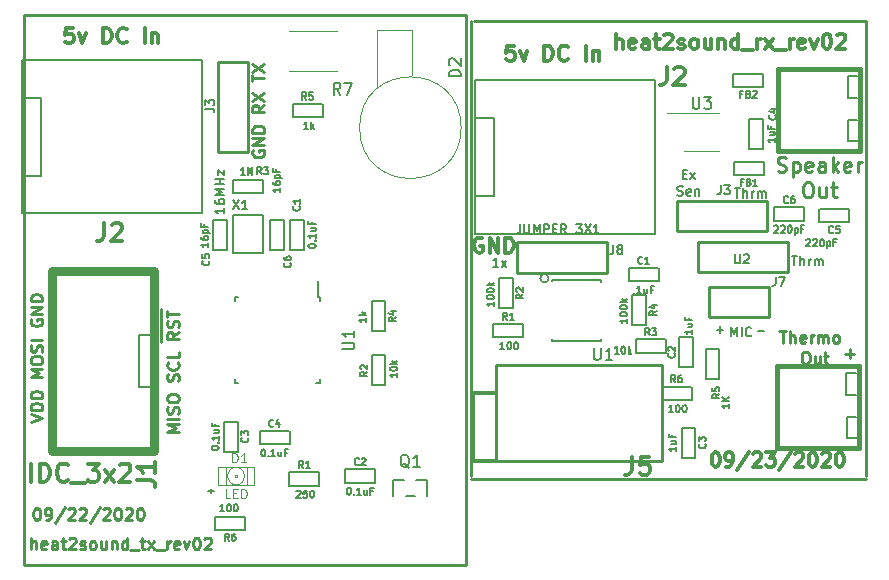
<source format=gto>
G04 #@! TF.GenerationSoftware,KiCad,Pcbnew,5.1.5-52549c5~86~ubuntu18.04.1*
G04 #@! TF.CreationDate,2020-09-23T21:30:46-07:00*
G04 #@! TF.ProjectId,heat2sound_rx_and_tx_rev02,68656174-3273-46f7-956e-645f72785f61,rev?*
G04 #@! TF.SameCoordinates,Original*
G04 #@! TF.FileFunction,Legend,Top*
G04 #@! TF.FilePolarity,Positive*
%FSLAX46Y46*%
G04 Gerber Fmt 4.6, Leading zero omitted, Abs format (unit mm)*
G04 Created by KiCad (PCBNEW 5.1.5-52549c5~86~ubuntu18.04.1) date 2020-09-23 21:30:46*
%MOMM*%
%LPD*%
G04 APERTURE LIST*
%ADD10C,0.250000*%
%ADD11C,0.254000*%
%ADD12C,0.304800*%
%ADD13C,0.200000*%
%ADD14C,0.175000*%
%ADD15C,0.300000*%
%ADD16C,0.317500*%
%ADD17C,0.762000*%
%ADD18C,0.150000*%
%ADD19C,0.127000*%
%ADD20C,0.120000*%
%ADD21C,0.200660*%
%ADD22C,0.101600*%
%ADD23C,0.066040*%
%ADD24C,0.381000*%
%ADD25C,0.190500*%
%ADD26C,0.088900*%
G04 APERTURE END LIST*
D10*
X90402380Y-133521428D02*
X89402380Y-133521428D01*
X90116666Y-133188095D01*
X89402380Y-132854761D01*
X90402380Y-132854761D01*
X90402380Y-132378571D02*
X89402380Y-132378571D01*
X90354761Y-131950000D02*
X90402380Y-131807142D01*
X90402380Y-131569047D01*
X90354761Y-131473809D01*
X90307142Y-131426190D01*
X90211904Y-131378571D01*
X90116666Y-131378571D01*
X90021428Y-131426190D01*
X89973809Y-131473809D01*
X89926190Y-131569047D01*
X89878571Y-131759523D01*
X89830952Y-131854761D01*
X89783333Y-131902380D01*
X89688095Y-131950000D01*
X89592857Y-131950000D01*
X89497619Y-131902380D01*
X89450000Y-131854761D01*
X89402380Y-131759523D01*
X89402380Y-131521428D01*
X89450000Y-131378571D01*
X89402380Y-130759523D02*
X89402380Y-130569047D01*
X89450000Y-130473809D01*
X89545238Y-130378571D01*
X89735714Y-130330952D01*
X90069047Y-130330952D01*
X90259523Y-130378571D01*
X90354761Y-130473809D01*
X90402380Y-130569047D01*
X90402380Y-130759523D01*
X90354761Y-130854761D01*
X90259523Y-130950000D01*
X90069047Y-130997619D01*
X89735714Y-130997619D01*
X89545238Y-130950000D01*
X89450000Y-130854761D01*
X89402380Y-130759523D01*
X90354761Y-129188095D02*
X90402380Y-129045238D01*
X90402380Y-128807142D01*
X90354761Y-128711904D01*
X90307142Y-128664285D01*
X90211904Y-128616666D01*
X90116666Y-128616666D01*
X90021428Y-128664285D01*
X89973809Y-128711904D01*
X89926190Y-128807142D01*
X89878571Y-128997619D01*
X89830952Y-129092857D01*
X89783333Y-129140476D01*
X89688095Y-129188095D01*
X89592857Y-129188095D01*
X89497619Y-129140476D01*
X89450000Y-129092857D01*
X89402380Y-128997619D01*
X89402380Y-128759523D01*
X89450000Y-128616666D01*
X90307142Y-127616666D02*
X90354761Y-127664285D01*
X90402380Y-127807142D01*
X90402380Y-127902380D01*
X90354761Y-128045238D01*
X90259523Y-128140476D01*
X90164285Y-128188095D01*
X89973809Y-128235714D01*
X89830952Y-128235714D01*
X89640476Y-128188095D01*
X89545238Y-128140476D01*
X89450000Y-128045238D01*
X89402380Y-127902380D01*
X89402380Y-127807142D01*
X89450000Y-127664285D01*
X89497619Y-127616666D01*
X90402380Y-126711904D02*
X90402380Y-127188095D01*
X89402380Y-127188095D01*
X88905000Y-125854761D02*
X88905000Y-124854761D01*
X90402380Y-125045238D02*
X89926190Y-125378571D01*
X90402380Y-125616666D02*
X89402380Y-125616666D01*
X89402380Y-125235714D01*
X89450000Y-125140476D01*
X89497619Y-125092857D01*
X89592857Y-125045238D01*
X89735714Y-125045238D01*
X89830952Y-125092857D01*
X89878571Y-125140476D01*
X89926190Y-125235714D01*
X89926190Y-125616666D01*
X88905000Y-124854761D02*
X88905000Y-123902380D01*
X90354761Y-124664285D02*
X90402380Y-124521428D01*
X90402380Y-124283333D01*
X90354761Y-124188095D01*
X90307142Y-124140476D01*
X90211904Y-124092857D01*
X90116666Y-124092857D01*
X90021428Y-124140476D01*
X89973809Y-124188095D01*
X89926190Y-124283333D01*
X89878571Y-124473809D01*
X89830952Y-124569047D01*
X89783333Y-124616666D01*
X89688095Y-124664285D01*
X89592857Y-124664285D01*
X89497619Y-124616666D01*
X89450000Y-124569047D01*
X89402380Y-124473809D01*
X89402380Y-124235714D01*
X89450000Y-124092857D01*
X88905000Y-123902380D02*
X88905000Y-123140476D01*
X89402380Y-123807142D02*
X89402380Y-123235714D01*
X90402380Y-123521428D02*
X89402380Y-123521428D01*
X96675000Y-109682142D02*
X96627380Y-109777380D01*
X96627380Y-109920238D01*
X96675000Y-110063095D01*
X96770238Y-110158333D01*
X96865476Y-110205952D01*
X97055952Y-110253571D01*
X97198809Y-110253571D01*
X97389285Y-110205952D01*
X97484523Y-110158333D01*
X97579761Y-110063095D01*
X97627380Y-109920238D01*
X97627380Y-109825000D01*
X97579761Y-109682142D01*
X97532142Y-109634523D01*
X97198809Y-109634523D01*
X97198809Y-109825000D01*
X97627380Y-109205952D02*
X96627380Y-109205952D01*
X97627380Y-108634523D01*
X96627380Y-108634523D01*
X97627380Y-108158333D02*
X96627380Y-108158333D01*
X96627380Y-107920238D01*
X96675000Y-107777380D01*
X96770238Y-107682142D01*
X96865476Y-107634523D01*
X97055952Y-107586904D01*
X97198809Y-107586904D01*
X97389285Y-107634523D01*
X97484523Y-107682142D01*
X97579761Y-107777380D01*
X97627380Y-107920238D01*
X97627380Y-108158333D01*
X97627380Y-105825000D02*
X97151190Y-106158333D01*
X97627380Y-106396428D02*
X96627380Y-106396428D01*
X96627380Y-106015476D01*
X96675000Y-105920238D01*
X96722619Y-105872619D01*
X96817857Y-105825000D01*
X96960714Y-105825000D01*
X97055952Y-105872619D01*
X97103571Y-105920238D01*
X97151190Y-106015476D01*
X97151190Y-106396428D01*
X96627380Y-105491666D02*
X97627380Y-104825000D01*
X96627380Y-104825000D02*
X97627380Y-105491666D01*
X96627380Y-103825000D02*
X96627380Y-103253571D01*
X97627380Y-103539285D02*
X96627380Y-103539285D01*
X96627380Y-103015476D02*
X97627380Y-102348809D01*
X96627380Y-102348809D02*
X97627380Y-103015476D01*
X77852380Y-132628571D02*
X78852380Y-132295238D01*
X77852380Y-131961904D01*
X78852380Y-131628571D02*
X77852380Y-131628571D01*
X77852380Y-131390476D01*
X77900000Y-131247619D01*
X77995238Y-131152380D01*
X78090476Y-131104761D01*
X78280952Y-131057142D01*
X78423809Y-131057142D01*
X78614285Y-131104761D01*
X78709523Y-131152380D01*
X78804761Y-131247619D01*
X78852380Y-131390476D01*
X78852380Y-131628571D01*
X78852380Y-130628571D02*
X77852380Y-130628571D01*
X77852380Y-130390476D01*
X77900000Y-130247619D01*
X77995238Y-130152380D01*
X78090476Y-130104761D01*
X78280952Y-130057142D01*
X78423809Y-130057142D01*
X78614285Y-130104761D01*
X78709523Y-130152380D01*
X78804761Y-130247619D01*
X78852380Y-130390476D01*
X78852380Y-130628571D01*
X78852380Y-128866666D02*
X77852380Y-128866666D01*
X78566666Y-128533333D01*
X77852380Y-128200000D01*
X78852380Y-128200000D01*
X77852380Y-127533333D02*
X77852380Y-127342857D01*
X77900000Y-127247619D01*
X77995238Y-127152380D01*
X78185714Y-127104761D01*
X78519047Y-127104761D01*
X78709523Y-127152380D01*
X78804761Y-127247619D01*
X78852380Y-127342857D01*
X78852380Y-127533333D01*
X78804761Y-127628571D01*
X78709523Y-127723809D01*
X78519047Y-127771428D01*
X78185714Y-127771428D01*
X77995238Y-127723809D01*
X77900000Y-127628571D01*
X77852380Y-127533333D01*
X78804761Y-126723809D02*
X78852380Y-126580952D01*
X78852380Y-126342857D01*
X78804761Y-126247619D01*
X78757142Y-126200000D01*
X78661904Y-126152380D01*
X78566666Y-126152380D01*
X78471428Y-126200000D01*
X78423809Y-126247619D01*
X78376190Y-126342857D01*
X78328571Y-126533333D01*
X78280952Y-126628571D01*
X78233333Y-126676190D01*
X78138095Y-126723809D01*
X78042857Y-126723809D01*
X77947619Y-126676190D01*
X77900000Y-126628571D01*
X77852380Y-126533333D01*
X77852380Y-126295238D01*
X77900000Y-126152380D01*
X78852380Y-125723809D02*
X77852380Y-125723809D01*
X77900000Y-123961904D02*
X77852380Y-124057142D01*
X77852380Y-124200000D01*
X77900000Y-124342857D01*
X77995238Y-124438095D01*
X78090476Y-124485714D01*
X78280952Y-124533333D01*
X78423809Y-124533333D01*
X78614285Y-124485714D01*
X78709523Y-124438095D01*
X78804761Y-124342857D01*
X78852380Y-124200000D01*
X78852380Y-124104761D01*
X78804761Y-123961904D01*
X78757142Y-123914285D01*
X78423809Y-123914285D01*
X78423809Y-124104761D01*
X78852380Y-123485714D02*
X77852380Y-123485714D01*
X78852380Y-122914285D01*
X77852380Y-122914285D01*
X78852380Y-122438095D02*
X77852380Y-122438095D01*
X77852380Y-122200000D01*
X77900000Y-122057142D01*
X77995238Y-121961904D01*
X78090476Y-121914285D01*
X78280952Y-121866666D01*
X78423809Y-121866666D01*
X78614285Y-121914285D01*
X78709523Y-121961904D01*
X78804761Y-122057142D01*
X78852380Y-122200000D01*
X78852380Y-122438095D01*
D11*
X77250000Y-144750000D02*
X77250000Y-98250000D01*
X114750000Y-144750000D02*
X77250000Y-144750000D01*
X114750000Y-98250000D02*
X114750000Y-144750000D01*
X77250000Y-98250000D02*
X114750000Y-98250000D01*
D10*
X78321428Y-139952380D02*
X78416666Y-139952380D01*
X78511904Y-140000000D01*
X78559523Y-140047619D01*
X78607142Y-140142857D01*
X78654761Y-140333333D01*
X78654761Y-140571428D01*
X78607142Y-140761904D01*
X78559523Y-140857142D01*
X78511904Y-140904761D01*
X78416666Y-140952380D01*
X78321428Y-140952380D01*
X78226190Y-140904761D01*
X78178571Y-140857142D01*
X78130952Y-140761904D01*
X78083333Y-140571428D01*
X78083333Y-140333333D01*
X78130952Y-140142857D01*
X78178571Y-140047619D01*
X78226190Y-140000000D01*
X78321428Y-139952380D01*
X79130952Y-140952380D02*
X79321428Y-140952380D01*
X79416666Y-140904761D01*
X79464285Y-140857142D01*
X79559523Y-140714285D01*
X79607142Y-140523809D01*
X79607142Y-140142857D01*
X79559523Y-140047619D01*
X79511904Y-140000000D01*
X79416666Y-139952380D01*
X79226190Y-139952380D01*
X79130952Y-140000000D01*
X79083333Y-140047619D01*
X79035714Y-140142857D01*
X79035714Y-140380952D01*
X79083333Y-140476190D01*
X79130952Y-140523809D01*
X79226190Y-140571428D01*
X79416666Y-140571428D01*
X79511904Y-140523809D01*
X79559523Y-140476190D01*
X79607142Y-140380952D01*
X80750000Y-139904761D02*
X79892857Y-141190476D01*
X81035714Y-140047619D02*
X81083333Y-140000000D01*
X81178571Y-139952380D01*
X81416666Y-139952380D01*
X81511904Y-140000000D01*
X81559523Y-140047619D01*
X81607142Y-140142857D01*
X81607142Y-140238095D01*
X81559523Y-140380952D01*
X80988095Y-140952380D01*
X81607142Y-140952380D01*
X81988095Y-140047619D02*
X82035714Y-140000000D01*
X82130952Y-139952380D01*
X82369047Y-139952380D01*
X82464285Y-140000000D01*
X82511904Y-140047619D01*
X82559523Y-140142857D01*
X82559523Y-140238095D01*
X82511904Y-140380952D01*
X81940476Y-140952380D01*
X82559523Y-140952380D01*
X83702380Y-139904761D02*
X82845238Y-141190476D01*
X83988095Y-140047619D02*
X84035714Y-140000000D01*
X84130952Y-139952380D01*
X84369047Y-139952380D01*
X84464285Y-140000000D01*
X84511904Y-140047619D01*
X84559523Y-140142857D01*
X84559523Y-140238095D01*
X84511904Y-140380952D01*
X83940476Y-140952380D01*
X84559523Y-140952380D01*
X85178571Y-139952380D02*
X85273809Y-139952380D01*
X85369047Y-140000000D01*
X85416666Y-140047619D01*
X85464285Y-140142857D01*
X85511904Y-140333333D01*
X85511904Y-140571428D01*
X85464285Y-140761904D01*
X85416666Y-140857142D01*
X85369047Y-140904761D01*
X85273809Y-140952380D01*
X85178571Y-140952380D01*
X85083333Y-140904761D01*
X85035714Y-140857142D01*
X84988095Y-140761904D01*
X84940476Y-140571428D01*
X84940476Y-140333333D01*
X84988095Y-140142857D01*
X85035714Y-140047619D01*
X85083333Y-140000000D01*
X85178571Y-139952380D01*
X85892857Y-140047619D02*
X85940476Y-140000000D01*
X86035714Y-139952380D01*
X86273809Y-139952380D01*
X86369047Y-140000000D01*
X86416666Y-140047619D01*
X86464285Y-140142857D01*
X86464285Y-140238095D01*
X86416666Y-140380952D01*
X85845238Y-140952380D01*
X86464285Y-140952380D01*
X87083333Y-139952380D02*
X87178571Y-139952380D01*
X87273809Y-140000000D01*
X87321428Y-140047619D01*
X87369047Y-140142857D01*
X87416666Y-140333333D01*
X87416666Y-140571428D01*
X87369047Y-140761904D01*
X87321428Y-140857142D01*
X87273809Y-140904761D01*
X87178571Y-140952380D01*
X87083333Y-140952380D01*
X86988095Y-140904761D01*
X86940476Y-140857142D01*
X86892857Y-140761904D01*
X86845238Y-140571428D01*
X86845238Y-140333333D01*
X86892857Y-140142857D01*
X86940476Y-140047619D01*
X86988095Y-140000000D01*
X87083333Y-139952380D01*
X77904761Y-143452380D02*
X77904761Y-142452380D01*
X78333333Y-143452380D02*
X78333333Y-142928571D01*
X78285714Y-142833333D01*
X78190476Y-142785714D01*
X78047619Y-142785714D01*
X77952380Y-142833333D01*
X77904761Y-142880952D01*
X79190476Y-143404761D02*
X79095238Y-143452380D01*
X78904761Y-143452380D01*
X78809523Y-143404761D01*
X78761904Y-143309523D01*
X78761904Y-142928571D01*
X78809523Y-142833333D01*
X78904761Y-142785714D01*
X79095238Y-142785714D01*
X79190476Y-142833333D01*
X79238095Y-142928571D01*
X79238095Y-143023809D01*
X78761904Y-143119047D01*
X80095238Y-143452380D02*
X80095238Y-142928571D01*
X80047619Y-142833333D01*
X79952380Y-142785714D01*
X79761904Y-142785714D01*
X79666666Y-142833333D01*
X80095238Y-143404761D02*
X80000000Y-143452380D01*
X79761904Y-143452380D01*
X79666666Y-143404761D01*
X79619047Y-143309523D01*
X79619047Y-143214285D01*
X79666666Y-143119047D01*
X79761904Y-143071428D01*
X80000000Y-143071428D01*
X80095238Y-143023809D01*
X80428571Y-142785714D02*
X80809523Y-142785714D01*
X80571428Y-142452380D02*
X80571428Y-143309523D01*
X80619047Y-143404761D01*
X80714285Y-143452380D01*
X80809523Y-143452380D01*
X81095238Y-142547619D02*
X81142857Y-142500000D01*
X81238095Y-142452380D01*
X81476190Y-142452380D01*
X81571428Y-142500000D01*
X81619047Y-142547619D01*
X81666666Y-142642857D01*
X81666666Y-142738095D01*
X81619047Y-142880952D01*
X81047619Y-143452380D01*
X81666666Y-143452380D01*
X82047619Y-143404761D02*
X82142857Y-143452380D01*
X82333333Y-143452380D01*
X82428571Y-143404761D01*
X82476190Y-143309523D01*
X82476190Y-143261904D01*
X82428571Y-143166666D01*
X82333333Y-143119047D01*
X82190476Y-143119047D01*
X82095238Y-143071428D01*
X82047619Y-142976190D01*
X82047619Y-142928571D01*
X82095238Y-142833333D01*
X82190476Y-142785714D01*
X82333333Y-142785714D01*
X82428571Y-142833333D01*
X83047619Y-143452380D02*
X82952380Y-143404761D01*
X82904761Y-143357142D01*
X82857142Y-143261904D01*
X82857142Y-142976190D01*
X82904761Y-142880952D01*
X82952380Y-142833333D01*
X83047619Y-142785714D01*
X83190476Y-142785714D01*
X83285714Y-142833333D01*
X83333333Y-142880952D01*
X83380952Y-142976190D01*
X83380952Y-143261904D01*
X83333333Y-143357142D01*
X83285714Y-143404761D01*
X83190476Y-143452380D01*
X83047619Y-143452380D01*
X84238095Y-142785714D02*
X84238095Y-143452380D01*
X83809523Y-142785714D02*
X83809523Y-143309523D01*
X83857142Y-143404761D01*
X83952380Y-143452380D01*
X84095238Y-143452380D01*
X84190476Y-143404761D01*
X84238095Y-143357142D01*
X84714285Y-142785714D02*
X84714285Y-143452380D01*
X84714285Y-142880952D02*
X84761904Y-142833333D01*
X84857142Y-142785714D01*
X85000000Y-142785714D01*
X85095238Y-142833333D01*
X85142857Y-142928571D01*
X85142857Y-143452380D01*
X86047619Y-143452380D02*
X86047619Y-142452380D01*
X86047619Y-143404761D02*
X85952380Y-143452380D01*
X85761904Y-143452380D01*
X85666666Y-143404761D01*
X85619047Y-143357142D01*
X85571428Y-143261904D01*
X85571428Y-142976190D01*
X85619047Y-142880952D01*
X85666666Y-142833333D01*
X85761904Y-142785714D01*
X85952380Y-142785714D01*
X86047619Y-142833333D01*
X86285714Y-143547619D02*
X87047619Y-143547619D01*
X87142857Y-142785714D02*
X87523809Y-142785714D01*
X87285714Y-142452380D02*
X87285714Y-143309523D01*
X87333333Y-143404761D01*
X87428571Y-143452380D01*
X87523809Y-143452380D01*
X87761904Y-143452380D02*
X88285714Y-142785714D01*
X87761904Y-142785714D02*
X88285714Y-143452380D01*
X88428571Y-143547619D02*
X89190476Y-143547619D01*
X89428571Y-143452380D02*
X89428571Y-142785714D01*
X89428571Y-142976190D02*
X89476190Y-142880952D01*
X89523809Y-142833333D01*
X89619047Y-142785714D01*
X89714285Y-142785714D01*
X90428571Y-143404761D02*
X90333333Y-143452380D01*
X90142857Y-143452380D01*
X90047619Y-143404761D01*
X90000000Y-143309523D01*
X90000000Y-142928571D01*
X90047619Y-142833333D01*
X90142857Y-142785714D01*
X90333333Y-142785714D01*
X90428571Y-142833333D01*
X90476190Y-142928571D01*
X90476190Y-143023809D01*
X90000000Y-143119047D01*
X90809523Y-142785714D02*
X91047619Y-143452380D01*
X91285714Y-142785714D01*
X91857142Y-142452380D02*
X91952380Y-142452380D01*
X92047619Y-142500000D01*
X92095238Y-142547619D01*
X92142857Y-142642857D01*
X92190476Y-142833333D01*
X92190476Y-143071428D01*
X92142857Y-143261904D01*
X92095238Y-143357142D01*
X92047619Y-143404761D01*
X91952380Y-143452380D01*
X91857142Y-143452380D01*
X91761904Y-143404761D01*
X91714285Y-143357142D01*
X91666666Y-143261904D01*
X91619047Y-143071428D01*
X91619047Y-142833333D01*
X91666666Y-142642857D01*
X91714285Y-142547619D01*
X91761904Y-142500000D01*
X91857142Y-142452380D01*
X92571428Y-142547619D02*
X92619047Y-142500000D01*
X92714285Y-142452380D01*
X92952380Y-142452380D01*
X93047619Y-142500000D01*
X93095238Y-142547619D01*
X93142857Y-142642857D01*
X93142857Y-142738095D01*
X93095238Y-142880952D01*
X92523809Y-143452380D01*
X93142857Y-143452380D01*
D12*
X81454047Y-99304523D02*
X80849285Y-99304523D01*
X80788809Y-99909285D01*
X80849285Y-99848809D01*
X80970238Y-99788333D01*
X81272619Y-99788333D01*
X81393571Y-99848809D01*
X81454047Y-99909285D01*
X81514523Y-100030238D01*
X81514523Y-100332619D01*
X81454047Y-100453571D01*
X81393571Y-100514047D01*
X81272619Y-100574523D01*
X80970238Y-100574523D01*
X80849285Y-100514047D01*
X80788809Y-100453571D01*
X81937857Y-99727857D02*
X82240238Y-100574523D01*
X82542619Y-99727857D01*
X83994047Y-100574523D02*
X83994047Y-99304523D01*
X84296428Y-99304523D01*
X84477857Y-99365000D01*
X84598809Y-99485952D01*
X84659285Y-99606904D01*
X84719761Y-99848809D01*
X84719761Y-100030238D01*
X84659285Y-100272142D01*
X84598809Y-100393095D01*
X84477857Y-100514047D01*
X84296428Y-100574523D01*
X83994047Y-100574523D01*
X85989761Y-100453571D02*
X85929285Y-100514047D01*
X85747857Y-100574523D01*
X85626904Y-100574523D01*
X85445476Y-100514047D01*
X85324523Y-100393095D01*
X85264047Y-100272142D01*
X85203571Y-100030238D01*
X85203571Y-99848809D01*
X85264047Y-99606904D01*
X85324523Y-99485952D01*
X85445476Y-99365000D01*
X85626904Y-99304523D01*
X85747857Y-99304523D01*
X85929285Y-99365000D01*
X85989761Y-99425476D01*
X87501666Y-100574523D02*
X87501666Y-99304523D01*
X88106428Y-99727857D02*
X88106428Y-100574523D01*
X88106428Y-99848809D02*
X88166904Y-99788333D01*
X88287857Y-99727857D01*
X88469285Y-99727857D01*
X88590238Y-99788333D01*
X88650714Y-99909285D01*
X88650714Y-100574523D01*
D13*
X137453571Y-112861904D02*
X137910714Y-112861904D01*
X137682142Y-113661904D02*
X137682142Y-112861904D01*
X138177380Y-113661904D02*
X138177380Y-112861904D01*
X138520238Y-113661904D02*
X138520238Y-113242857D01*
X138482142Y-113166666D01*
X138405952Y-113128571D01*
X138291666Y-113128571D01*
X138215476Y-113166666D01*
X138177380Y-113204761D01*
X138901190Y-113661904D02*
X138901190Y-113128571D01*
X138901190Y-113280952D02*
X138939285Y-113204761D01*
X138977380Y-113166666D01*
X139053571Y-113128571D01*
X139129761Y-113128571D01*
X139396428Y-113661904D02*
X139396428Y-113128571D01*
X139396428Y-113204761D02*
X139434523Y-113166666D01*
X139510714Y-113128571D01*
X139625000Y-113128571D01*
X139701190Y-113166666D01*
X139739285Y-113242857D01*
X139739285Y-113661904D01*
X139739285Y-113242857D02*
X139777380Y-113166666D01*
X139853571Y-113128571D01*
X139967857Y-113128571D01*
X140044047Y-113166666D01*
X140082142Y-113242857D01*
X140082142Y-113661904D01*
X142278571Y-118611904D02*
X142735714Y-118611904D01*
X142507142Y-119411904D02*
X142507142Y-118611904D01*
X143002380Y-119411904D02*
X143002380Y-118611904D01*
X143345238Y-119411904D02*
X143345238Y-118992857D01*
X143307142Y-118916666D01*
X143230952Y-118878571D01*
X143116666Y-118878571D01*
X143040476Y-118916666D01*
X143002380Y-118954761D01*
X143726190Y-119411904D02*
X143726190Y-118878571D01*
X143726190Y-119030952D02*
X143764285Y-118954761D01*
X143802380Y-118916666D01*
X143878571Y-118878571D01*
X143954761Y-118878571D01*
X144221428Y-119411904D02*
X144221428Y-118878571D01*
X144221428Y-118954761D02*
X144259523Y-118916666D01*
X144335714Y-118878571D01*
X144450000Y-118878571D01*
X144526190Y-118916666D01*
X144564285Y-118992857D01*
X144564285Y-119411904D01*
X144564285Y-118992857D02*
X144602380Y-118916666D01*
X144678571Y-118878571D01*
X144792857Y-118878571D01*
X144869047Y-118916666D01*
X144907142Y-118992857D01*
X144907142Y-119411904D01*
X133054761Y-111692857D02*
X133321428Y-111692857D01*
X133435714Y-112111904D02*
X133054761Y-112111904D01*
X133054761Y-111311904D01*
X133435714Y-111311904D01*
X133702380Y-112111904D02*
X134121428Y-111578571D01*
X133702380Y-111578571D02*
X134121428Y-112111904D01*
X132616666Y-113473809D02*
X132730952Y-113511904D01*
X132921428Y-113511904D01*
X132997619Y-113473809D01*
X133035714Y-113435714D01*
X133073809Y-113359523D01*
X133073809Y-113283333D01*
X133035714Y-113207142D01*
X132997619Y-113169047D01*
X132921428Y-113130952D01*
X132769047Y-113092857D01*
X132692857Y-113054761D01*
X132654761Y-113016666D01*
X132616666Y-112940476D01*
X132616666Y-112864285D01*
X132654761Y-112788095D01*
X132692857Y-112750000D01*
X132769047Y-112711904D01*
X132959523Y-112711904D01*
X133073809Y-112750000D01*
X133721428Y-113473809D02*
X133645238Y-113511904D01*
X133492857Y-113511904D01*
X133416666Y-113473809D01*
X133378571Y-113397619D01*
X133378571Y-113092857D01*
X133416666Y-113016666D01*
X133492857Y-112978571D01*
X133645238Y-112978571D01*
X133721428Y-113016666D01*
X133759523Y-113092857D01*
X133759523Y-113169047D01*
X133378571Y-113245238D01*
X134102380Y-112978571D02*
X134102380Y-113511904D01*
X134102380Y-113054761D02*
X134140476Y-113016666D01*
X134216666Y-112978571D01*
X134330952Y-112978571D01*
X134407142Y-113016666D01*
X134445238Y-113092857D01*
X134445238Y-113511904D01*
X117454761Y-119561904D02*
X116997619Y-119561904D01*
X117226190Y-119561904D02*
X117226190Y-118761904D01*
X117150000Y-118876190D01*
X117073809Y-118952380D01*
X116997619Y-118990476D01*
X117721428Y-119561904D02*
X118140476Y-119028571D01*
X117721428Y-119028571D02*
X118140476Y-119561904D01*
D10*
X146819047Y-126871428D02*
X147580952Y-126871428D01*
X147200000Y-127252380D02*
X147200000Y-126490476D01*
D14*
X139433333Y-124950000D02*
X139966666Y-124950000D01*
X135933333Y-124850000D02*
X136466666Y-124850000D01*
X136200000Y-125116666D02*
X136200000Y-124583333D01*
D11*
X115100000Y-137250000D02*
X115100000Y-98750000D01*
X148600000Y-137500000D02*
X115100000Y-137500000D01*
X148600000Y-98750000D02*
X148600000Y-137250000D01*
X115350000Y-98750000D02*
X148600000Y-98750000D01*
D15*
X135785714Y-135242857D02*
X135900000Y-135242857D01*
X136014285Y-135300000D01*
X136071428Y-135357142D01*
X136128571Y-135471428D01*
X136185714Y-135700000D01*
X136185714Y-135985714D01*
X136128571Y-136214285D01*
X136071428Y-136328571D01*
X136014285Y-136385714D01*
X135900000Y-136442857D01*
X135785714Y-136442857D01*
X135671428Y-136385714D01*
X135614285Y-136328571D01*
X135557142Y-136214285D01*
X135500000Y-135985714D01*
X135500000Y-135700000D01*
X135557142Y-135471428D01*
X135614285Y-135357142D01*
X135671428Y-135300000D01*
X135785714Y-135242857D01*
X136757142Y-136442857D02*
X136985714Y-136442857D01*
X137100000Y-136385714D01*
X137157142Y-136328571D01*
X137271428Y-136157142D01*
X137328571Y-135928571D01*
X137328571Y-135471428D01*
X137271428Y-135357142D01*
X137214285Y-135300000D01*
X137100000Y-135242857D01*
X136871428Y-135242857D01*
X136757142Y-135300000D01*
X136700000Y-135357142D01*
X136642857Y-135471428D01*
X136642857Y-135757142D01*
X136700000Y-135871428D01*
X136757142Y-135928571D01*
X136871428Y-135985714D01*
X137100000Y-135985714D01*
X137214285Y-135928571D01*
X137271428Y-135871428D01*
X137328571Y-135757142D01*
X138700000Y-135185714D02*
X137671428Y-136728571D01*
X139042857Y-135357142D02*
X139100000Y-135300000D01*
X139214285Y-135242857D01*
X139500000Y-135242857D01*
X139614285Y-135300000D01*
X139671428Y-135357142D01*
X139728571Y-135471428D01*
X139728571Y-135585714D01*
X139671428Y-135757142D01*
X138985714Y-136442857D01*
X139728571Y-136442857D01*
X140128571Y-135242857D02*
X140871428Y-135242857D01*
X140471428Y-135700000D01*
X140642857Y-135700000D01*
X140757142Y-135757142D01*
X140814285Y-135814285D01*
X140871428Y-135928571D01*
X140871428Y-136214285D01*
X140814285Y-136328571D01*
X140757142Y-136385714D01*
X140642857Y-136442857D01*
X140300000Y-136442857D01*
X140185714Y-136385714D01*
X140128571Y-136328571D01*
X142242857Y-135185714D02*
X141214285Y-136728571D01*
X142585714Y-135357142D02*
X142642857Y-135300000D01*
X142757142Y-135242857D01*
X143042857Y-135242857D01*
X143157142Y-135300000D01*
X143214285Y-135357142D01*
X143271428Y-135471428D01*
X143271428Y-135585714D01*
X143214285Y-135757142D01*
X142528571Y-136442857D01*
X143271428Y-136442857D01*
X144014285Y-135242857D02*
X144128571Y-135242857D01*
X144242857Y-135300000D01*
X144300000Y-135357142D01*
X144357142Y-135471428D01*
X144414285Y-135700000D01*
X144414285Y-135985714D01*
X144357142Y-136214285D01*
X144300000Y-136328571D01*
X144242857Y-136385714D01*
X144128571Y-136442857D01*
X144014285Y-136442857D01*
X143900000Y-136385714D01*
X143842857Y-136328571D01*
X143785714Y-136214285D01*
X143728571Y-135985714D01*
X143728571Y-135700000D01*
X143785714Y-135471428D01*
X143842857Y-135357142D01*
X143900000Y-135300000D01*
X144014285Y-135242857D01*
X144871428Y-135357142D02*
X144928571Y-135300000D01*
X145042857Y-135242857D01*
X145328571Y-135242857D01*
X145442857Y-135300000D01*
X145500000Y-135357142D01*
X145557142Y-135471428D01*
X145557142Y-135585714D01*
X145500000Y-135757142D01*
X144814285Y-136442857D01*
X145557142Y-136442857D01*
X146300000Y-135242857D02*
X146414285Y-135242857D01*
X146528571Y-135300000D01*
X146585714Y-135357142D01*
X146642857Y-135471428D01*
X146700000Y-135700000D01*
X146700000Y-135985714D01*
X146642857Y-136214285D01*
X146585714Y-136328571D01*
X146528571Y-136385714D01*
X146414285Y-136442857D01*
X146300000Y-136442857D01*
X146185714Y-136385714D01*
X146128571Y-136328571D01*
X146071428Y-136214285D01*
X146014285Y-135985714D01*
X146014285Y-135700000D01*
X146071428Y-135471428D01*
X146128571Y-135357142D01*
X146185714Y-135300000D01*
X146300000Y-135242857D01*
D10*
X141223809Y-124977380D02*
X141795238Y-124977380D01*
X141509523Y-125977380D02*
X141509523Y-124977380D01*
X142128571Y-125977380D02*
X142128571Y-124977380D01*
X142557142Y-125977380D02*
X142557142Y-125453571D01*
X142509523Y-125358333D01*
X142414285Y-125310714D01*
X142271428Y-125310714D01*
X142176190Y-125358333D01*
X142128571Y-125405952D01*
X143414285Y-125929761D02*
X143319047Y-125977380D01*
X143128571Y-125977380D01*
X143033333Y-125929761D01*
X142985714Y-125834523D01*
X142985714Y-125453571D01*
X143033333Y-125358333D01*
X143128571Y-125310714D01*
X143319047Y-125310714D01*
X143414285Y-125358333D01*
X143461904Y-125453571D01*
X143461904Y-125548809D01*
X142985714Y-125644047D01*
X143890476Y-125977380D02*
X143890476Y-125310714D01*
X143890476Y-125501190D02*
X143938095Y-125405952D01*
X143985714Y-125358333D01*
X144080952Y-125310714D01*
X144176190Y-125310714D01*
X144509523Y-125977380D02*
X144509523Y-125310714D01*
X144509523Y-125405952D02*
X144557142Y-125358333D01*
X144652380Y-125310714D01*
X144795238Y-125310714D01*
X144890476Y-125358333D01*
X144938095Y-125453571D01*
X144938095Y-125977380D01*
X144938095Y-125453571D02*
X144985714Y-125358333D01*
X145080952Y-125310714D01*
X145223809Y-125310714D01*
X145319047Y-125358333D01*
X145366666Y-125453571D01*
X145366666Y-125977380D01*
X145985714Y-125977380D02*
X145890476Y-125929761D01*
X145842857Y-125882142D01*
X145795238Y-125786904D01*
X145795238Y-125501190D01*
X145842857Y-125405952D01*
X145890476Y-125358333D01*
X145985714Y-125310714D01*
X146128571Y-125310714D01*
X146223809Y-125358333D01*
X146271428Y-125405952D01*
X146319047Y-125501190D01*
X146319047Y-125786904D01*
X146271428Y-125882142D01*
X146223809Y-125929761D01*
X146128571Y-125977380D01*
X145985714Y-125977380D01*
X143366666Y-126727380D02*
X143557142Y-126727380D01*
X143652380Y-126775000D01*
X143747619Y-126870238D01*
X143795238Y-127060714D01*
X143795238Y-127394047D01*
X143747619Y-127584523D01*
X143652380Y-127679761D01*
X143557142Y-127727380D01*
X143366666Y-127727380D01*
X143271428Y-127679761D01*
X143176190Y-127584523D01*
X143128571Y-127394047D01*
X143128571Y-127060714D01*
X143176190Y-126870238D01*
X143271428Y-126775000D01*
X143366666Y-126727380D01*
X144652380Y-127060714D02*
X144652380Y-127727380D01*
X144223809Y-127060714D02*
X144223809Y-127584523D01*
X144271428Y-127679761D01*
X144366666Y-127727380D01*
X144509523Y-127727380D01*
X144604761Y-127679761D01*
X144652380Y-127632142D01*
X144985714Y-127060714D02*
X145366666Y-127060714D01*
X145128571Y-126727380D02*
X145128571Y-127584523D01*
X145176190Y-127679761D01*
X145271428Y-127727380D01*
X145366666Y-127727380D01*
X141092380Y-111436547D02*
X141273809Y-111497023D01*
X141576190Y-111497023D01*
X141697142Y-111436547D01*
X141757619Y-111376071D01*
X141818095Y-111255119D01*
X141818095Y-111134166D01*
X141757619Y-111013214D01*
X141697142Y-110952738D01*
X141576190Y-110892261D01*
X141334285Y-110831785D01*
X141213333Y-110771309D01*
X141152857Y-110710833D01*
X141092380Y-110589880D01*
X141092380Y-110468928D01*
X141152857Y-110347976D01*
X141213333Y-110287500D01*
X141334285Y-110227023D01*
X141636666Y-110227023D01*
X141818095Y-110287500D01*
X142362380Y-110650357D02*
X142362380Y-111920357D01*
X142362380Y-110710833D02*
X142483333Y-110650357D01*
X142725238Y-110650357D01*
X142846190Y-110710833D01*
X142906666Y-110771309D01*
X142967142Y-110892261D01*
X142967142Y-111255119D01*
X142906666Y-111376071D01*
X142846190Y-111436547D01*
X142725238Y-111497023D01*
X142483333Y-111497023D01*
X142362380Y-111436547D01*
X143995238Y-111436547D02*
X143874285Y-111497023D01*
X143632380Y-111497023D01*
X143511428Y-111436547D01*
X143450952Y-111315595D01*
X143450952Y-110831785D01*
X143511428Y-110710833D01*
X143632380Y-110650357D01*
X143874285Y-110650357D01*
X143995238Y-110710833D01*
X144055714Y-110831785D01*
X144055714Y-110952738D01*
X143450952Y-111073690D01*
X145144285Y-111497023D02*
X145144285Y-110831785D01*
X145083809Y-110710833D01*
X144962857Y-110650357D01*
X144720952Y-110650357D01*
X144600000Y-110710833D01*
X145144285Y-111436547D02*
X145023333Y-111497023D01*
X144720952Y-111497023D01*
X144600000Y-111436547D01*
X144539523Y-111315595D01*
X144539523Y-111194642D01*
X144600000Y-111073690D01*
X144720952Y-111013214D01*
X145023333Y-111013214D01*
X145144285Y-110952738D01*
X145749047Y-111497023D02*
X145749047Y-110227023D01*
X145870000Y-111013214D02*
X146232857Y-111497023D01*
X146232857Y-110650357D02*
X145749047Y-111134166D01*
X147260952Y-111436547D02*
X147140000Y-111497023D01*
X146898095Y-111497023D01*
X146777142Y-111436547D01*
X146716666Y-111315595D01*
X146716666Y-110831785D01*
X146777142Y-110710833D01*
X146898095Y-110650357D01*
X147140000Y-110650357D01*
X147260952Y-110710833D01*
X147321428Y-110831785D01*
X147321428Y-110952738D01*
X146716666Y-111073690D01*
X147865714Y-111497023D02*
X147865714Y-110650357D01*
X147865714Y-110892261D02*
X147926190Y-110771309D01*
X147986666Y-110710833D01*
X148107619Y-110650357D01*
X148228571Y-110650357D01*
X143541666Y-112382023D02*
X143783571Y-112382023D01*
X143904523Y-112442500D01*
X144025476Y-112563452D01*
X144085952Y-112805357D01*
X144085952Y-113228690D01*
X144025476Y-113470595D01*
X143904523Y-113591547D01*
X143783571Y-113652023D01*
X143541666Y-113652023D01*
X143420714Y-113591547D01*
X143299761Y-113470595D01*
X143239285Y-113228690D01*
X143239285Y-112805357D01*
X143299761Y-112563452D01*
X143420714Y-112442500D01*
X143541666Y-112382023D01*
X145174523Y-112805357D02*
X145174523Y-113652023D01*
X144630238Y-112805357D02*
X144630238Y-113470595D01*
X144690714Y-113591547D01*
X144811666Y-113652023D01*
X144993095Y-113652023D01*
X145114047Y-113591547D01*
X145174523Y-113531071D01*
X145597857Y-112805357D02*
X146081666Y-112805357D01*
X145779285Y-112382023D02*
X145779285Y-113470595D01*
X145839761Y-113591547D01*
X145960714Y-113652023D01*
X146081666Y-113652023D01*
D16*
X127423809Y-101074523D02*
X127423809Y-99804523D01*
X127968095Y-101074523D02*
X127968095Y-100409285D01*
X127907619Y-100288333D01*
X127786666Y-100227857D01*
X127605238Y-100227857D01*
X127484285Y-100288333D01*
X127423809Y-100348809D01*
X129056666Y-101014047D02*
X128935714Y-101074523D01*
X128693809Y-101074523D01*
X128572857Y-101014047D01*
X128512380Y-100893095D01*
X128512380Y-100409285D01*
X128572857Y-100288333D01*
X128693809Y-100227857D01*
X128935714Y-100227857D01*
X129056666Y-100288333D01*
X129117142Y-100409285D01*
X129117142Y-100530238D01*
X128512380Y-100651190D01*
X130205714Y-101074523D02*
X130205714Y-100409285D01*
X130145238Y-100288333D01*
X130024285Y-100227857D01*
X129782380Y-100227857D01*
X129661428Y-100288333D01*
X130205714Y-101014047D02*
X130084761Y-101074523D01*
X129782380Y-101074523D01*
X129661428Y-101014047D01*
X129600952Y-100893095D01*
X129600952Y-100772142D01*
X129661428Y-100651190D01*
X129782380Y-100590714D01*
X130084761Y-100590714D01*
X130205714Y-100530238D01*
X130629047Y-100227857D02*
X131112857Y-100227857D01*
X130810476Y-99804523D02*
X130810476Y-100893095D01*
X130870952Y-101014047D01*
X130991904Y-101074523D01*
X131112857Y-101074523D01*
X131475714Y-99925476D02*
X131536190Y-99865000D01*
X131657142Y-99804523D01*
X131959523Y-99804523D01*
X132080476Y-99865000D01*
X132140952Y-99925476D01*
X132201428Y-100046428D01*
X132201428Y-100167380D01*
X132140952Y-100348809D01*
X131415238Y-101074523D01*
X132201428Y-101074523D01*
X132685238Y-101014047D02*
X132806190Y-101074523D01*
X133048095Y-101074523D01*
X133169047Y-101014047D01*
X133229523Y-100893095D01*
X133229523Y-100832619D01*
X133169047Y-100711666D01*
X133048095Y-100651190D01*
X132866666Y-100651190D01*
X132745714Y-100590714D01*
X132685238Y-100469761D01*
X132685238Y-100409285D01*
X132745714Y-100288333D01*
X132866666Y-100227857D01*
X133048095Y-100227857D01*
X133169047Y-100288333D01*
X133955238Y-101074523D02*
X133834285Y-101014047D01*
X133773809Y-100953571D01*
X133713333Y-100832619D01*
X133713333Y-100469761D01*
X133773809Y-100348809D01*
X133834285Y-100288333D01*
X133955238Y-100227857D01*
X134136666Y-100227857D01*
X134257619Y-100288333D01*
X134318095Y-100348809D01*
X134378571Y-100469761D01*
X134378571Y-100832619D01*
X134318095Y-100953571D01*
X134257619Y-101014047D01*
X134136666Y-101074523D01*
X133955238Y-101074523D01*
X135467142Y-100227857D02*
X135467142Y-101074523D01*
X134922857Y-100227857D02*
X134922857Y-100893095D01*
X134983333Y-101014047D01*
X135104285Y-101074523D01*
X135285714Y-101074523D01*
X135406666Y-101014047D01*
X135467142Y-100953571D01*
X136071904Y-100227857D02*
X136071904Y-101074523D01*
X136071904Y-100348809D02*
X136132380Y-100288333D01*
X136253333Y-100227857D01*
X136434761Y-100227857D01*
X136555714Y-100288333D01*
X136616190Y-100409285D01*
X136616190Y-101074523D01*
X137765238Y-101074523D02*
X137765238Y-99804523D01*
X137765238Y-101014047D02*
X137644285Y-101074523D01*
X137402380Y-101074523D01*
X137281428Y-101014047D01*
X137220952Y-100953571D01*
X137160476Y-100832619D01*
X137160476Y-100469761D01*
X137220952Y-100348809D01*
X137281428Y-100288333D01*
X137402380Y-100227857D01*
X137644285Y-100227857D01*
X137765238Y-100288333D01*
X138067619Y-101195476D02*
X139035238Y-101195476D01*
X139337619Y-101074523D02*
X139337619Y-100227857D01*
X139337619Y-100469761D02*
X139398095Y-100348809D01*
X139458571Y-100288333D01*
X139579523Y-100227857D01*
X139700476Y-100227857D01*
X140002857Y-101074523D02*
X140668095Y-100227857D01*
X140002857Y-100227857D02*
X140668095Y-101074523D01*
X140849523Y-101195476D02*
X141817142Y-101195476D01*
X142119523Y-101074523D02*
X142119523Y-100227857D01*
X142119523Y-100469761D02*
X142180000Y-100348809D01*
X142240476Y-100288333D01*
X142361428Y-100227857D01*
X142482380Y-100227857D01*
X143389523Y-101014047D02*
X143268571Y-101074523D01*
X143026666Y-101074523D01*
X142905714Y-101014047D01*
X142845238Y-100893095D01*
X142845238Y-100409285D01*
X142905714Y-100288333D01*
X143026666Y-100227857D01*
X143268571Y-100227857D01*
X143389523Y-100288333D01*
X143450000Y-100409285D01*
X143450000Y-100530238D01*
X142845238Y-100651190D01*
X143873333Y-100227857D02*
X144175714Y-101074523D01*
X144478095Y-100227857D01*
X145203809Y-99804523D02*
X145324761Y-99804523D01*
X145445714Y-99865000D01*
X145506190Y-99925476D01*
X145566666Y-100046428D01*
X145627142Y-100288333D01*
X145627142Y-100590714D01*
X145566666Y-100832619D01*
X145506190Y-100953571D01*
X145445714Y-101014047D01*
X145324761Y-101074523D01*
X145203809Y-101074523D01*
X145082857Y-101014047D01*
X145022380Y-100953571D01*
X144961904Y-100832619D01*
X144901428Y-100590714D01*
X144901428Y-100288333D01*
X144961904Y-100046428D01*
X145022380Y-99925476D01*
X145082857Y-99865000D01*
X145203809Y-99804523D01*
X146110952Y-99925476D02*
X146171428Y-99865000D01*
X146292380Y-99804523D01*
X146594761Y-99804523D01*
X146715714Y-99865000D01*
X146776190Y-99925476D01*
X146836666Y-100046428D01*
X146836666Y-100167380D01*
X146776190Y-100348809D01*
X146050476Y-101074523D01*
X146836666Y-101074523D01*
D12*
X116107380Y-117115000D02*
X115986428Y-117054523D01*
X115805000Y-117054523D01*
X115623571Y-117115000D01*
X115502619Y-117235952D01*
X115442142Y-117356904D01*
X115381666Y-117598809D01*
X115381666Y-117780238D01*
X115442142Y-118022142D01*
X115502619Y-118143095D01*
X115623571Y-118264047D01*
X115805000Y-118324523D01*
X115925952Y-118324523D01*
X116107380Y-118264047D01*
X116167857Y-118203571D01*
X116167857Y-117780238D01*
X115925952Y-117780238D01*
X116712142Y-118324523D02*
X116712142Y-117054523D01*
X117437857Y-118324523D01*
X117437857Y-117054523D01*
X118042619Y-118324523D02*
X118042619Y-117054523D01*
X118345000Y-117054523D01*
X118526428Y-117115000D01*
X118647380Y-117235952D01*
X118707857Y-117356904D01*
X118768333Y-117598809D01*
X118768333Y-117780238D01*
X118707857Y-118022142D01*
X118647380Y-118143095D01*
X118526428Y-118264047D01*
X118345000Y-118324523D01*
X118042619Y-118324523D01*
X118804047Y-100804523D02*
X118199285Y-100804523D01*
X118138809Y-101409285D01*
X118199285Y-101348809D01*
X118320238Y-101288333D01*
X118622619Y-101288333D01*
X118743571Y-101348809D01*
X118804047Y-101409285D01*
X118864523Y-101530238D01*
X118864523Y-101832619D01*
X118804047Y-101953571D01*
X118743571Y-102014047D01*
X118622619Y-102074523D01*
X118320238Y-102074523D01*
X118199285Y-102014047D01*
X118138809Y-101953571D01*
X119287857Y-101227857D02*
X119590238Y-102074523D01*
X119892619Y-101227857D01*
X121344047Y-102074523D02*
X121344047Y-100804523D01*
X121646428Y-100804523D01*
X121827857Y-100865000D01*
X121948809Y-100985952D01*
X122009285Y-101106904D01*
X122069761Y-101348809D01*
X122069761Y-101530238D01*
X122009285Y-101772142D01*
X121948809Y-101893095D01*
X121827857Y-102014047D01*
X121646428Y-102074523D01*
X121344047Y-102074523D01*
X123339761Y-101953571D02*
X123279285Y-102014047D01*
X123097857Y-102074523D01*
X122976904Y-102074523D01*
X122795476Y-102014047D01*
X122674523Y-101893095D01*
X122614047Y-101772142D01*
X122553571Y-101530238D01*
X122553571Y-101348809D01*
X122614047Y-101106904D01*
X122674523Y-100985952D01*
X122795476Y-100865000D01*
X122976904Y-100804523D01*
X123097857Y-100804523D01*
X123279285Y-100865000D01*
X123339761Y-100925476D01*
X124851666Y-102074523D02*
X124851666Y-100804523D01*
X125456428Y-101227857D02*
X125456428Y-102074523D01*
X125456428Y-101348809D02*
X125516904Y-101288333D01*
X125637857Y-101227857D01*
X125819285Y-101227857D01*
X125940238Y-101288333D01*
X126000714Y-101409285D01*
X126000714Y-102074523D01*
D17*
X79700000Y-135120000D02*
X79700000Y-119880000D01*
X88300000Y-135120000D02*
X79700000Y-135120000D01*
X88300000Y-119880000D02*
X88300000Y-135120000D01*
X79700000Y-119880000D02*
X88300000Y-119880000D01*
D18*
X87000000Y-125300000D02*
X88000000Y-125300000D01*
X87000000Y-129700000D02*
X87000000Y-125300000D01*
X88000000Y-129700000D02*
X87000000Y-129700000D01*
D19*
X93330000Y-115578160D02*
X94470000Y-115578160D01*
X93330000Y-118098160D02*
X93330000Y-115598160D01*
X94470000Y-118118160D02*
X93330000Y-118118160D01*
X94470000Y-115598160D02*
X94470000Y-118098160D01*
D18*
X102150000Y-122125000D02*
X102150000Y-120700000D01*
X102375000Y-129375000D02*
X102375000Y-129050000D01*
X95125000Y-129375000D02*
X95125000Y-129050000D01*
X95125000Y-122125000D02*
X95125000Y-122450000D01*
X102375000Y-122125000D02*
X102375000Y-122450000D01*
X95125000Y-122125000D02*
X95450000Y-122125000D01*
X95125000Y-129375000D02*
X95450000Y-129375000D01*
X102375000Y-129375000D02*
X102050000Y-129375000D01*
X102375000Y-122125000D02*
X102150000Y-122125000D01*
X97500000Y-118350000D02*
X95000000Y-118350000D01*
X97500000Y-115150000D02*
X97500000Y-118350000D01*
X95000000Y-115150000D02*
X97500000Y-115150000D01*
X95000000Y-118350000D02*
X95000000Y-115150000D01*
D20*
X99697936Y-102960000D02*
X103802064Y-102960000D01*
X99697936Y-99540000D02*
X103802064Y-99540000D01*
D19*
X93500000Y-140680000D02*
X96000000Y-140680000D01*
X96000000Y-141820000D02*
X93500000Y-141820000D01*
X93480000Y-141820000D02*
X93480000Y-140680000D01*
X96020000Y-141820000D02*
X96020000Y-140680000D01*
X102550000Y-106870000D02*
X100050000Y-106870000D01*
X100050000Y-105730000D02*
X102550000Y-105730000D01*
X102570000Y-105730000D02*
X102570000Y-106870000D01*
X100030000Y-105730000D02*
X100030000Y-106870000D01*
X106730000Y-124950000D02*
X106730000Y-122450000D01*
X107870000Y-122450000D02*
X107870000Y-124950000D01*
X107870000Y-124970000D02*
X106730000Y-124970000D01*
X107870000Y-122430000D02*
X106730000Y-122430000D01*
X95000000Y-112180000D02*
X97500000Y-112180000D01*
X97500000Y-113320000D02*
X95000000Y-113320000D01*
X94980000Y-113320000D02*
X94980000Y-112180000D01*
X97520000Y-113320000D02*
X97520000Y-112180000D01*
X107870000Y-127050000D02*
X107870000Y-129550000D01*
X106730000Y-129550000D02*
X106730000Y-127050000D01*
X106730000Y-127030000D02*
X107870000Y-127030000D01*
X106730000Y-129570000D02*
X107870000Y-129570000D01*
X102250000Y-138070000D02*
X99750000Y-138070000D01*
X99750000Y-136930000D02*
X102250000Y-136930000D01*
X102270000Y-136930000D02*
X102270000Y-138070000D01*
X99730000Y-136930000D02*
X99730000Y-138070000D01*
D18*
X111450000Y-137600000D02*
X111450000Y-138900000D01*
X108550000Y-137600000D02*
X109500000Y-137600000D01*
X108550000Y-138900000D02*
X108550000Y-137600000D01*
X110500000Y-137600000D02*
X111450000Y-137600000D01*
X109600000Y-138900000D02*
X110400000Y-138900000D01*
D11*
X96285240Y-109810000D02*
X93724920Y-109810000D01*
X96285240Y-102190000D02*
X96285240Y-109810000D01*
X93730000Y-102190000D02*
X96270000Y-102190000D01*
X93730000Y-102190000D02*
X93730000Y-109810000D01*
D21*
X92349680Y-101997600D02*
X92349680Y-115002400D01*
X77150320Y-101997600D02*
X92349680Y-101997600D01*
X77150320Y-115002400D02*
X77150320Y-101997600D01*
X92349680Y-115002400D02*
X77150320Y-115002400D01*
D19*
X78700000Y-105200000D02*
X77175000Y-105200000D01*
X78700000Y-111800000D02*
X78700000Y-105200000D01*
X77150000Y-111800000D02*
X78700000Y-111800000D01*
D20*
X114300000Y-107750000D02*
G75*
G03X114300000Y-107750000I-4300000J0D01*
G01*
X110127000Y-103305000D02*
X110127000Y-99495000D01*
X110127000Y-99495000D02*
X107206000Y-99495000D01*
X107206000Y-99495000D02*
X107206000Y-104321000D01*
D22*
X95798133Y-137748398D02*
G75*
G03X95798640Y-136752160I-548133J498398D01*
G01*
X95797262Y-136750646D02*
G75*
G03X94701360Y-136752160I-547262J-499354D01*
G01*
X94701867Y-136751602D02*
G75*
G03X94701360Y-137747840I548133J-498398D01*
G01*
X94702738Y-137749354D02*
G75*
G03X95798640Y-137747840I547262J499354D01*
G01*
X96799400Y-136500700D02*
X96799400Y-137999300D01*
X93700600Y-136500700D02*
X96799400Y-136500700D01*
X93700600Y-137999300D02*
X93700600Y-136500700D01*
X96799400Y-137999300D02*
X93700600Y-137999300D01*
D23*
X94350840Y-136701360D02*
X94350840Y-136551500D01*
X94350840Y-137948500D02*
X94350840Y-136752160D01*
X96149160Y-136701360D02*
X96149160Y-136551500D01*
X96149160Y-137948500D02*
X96149160Y-136752160D01*
X95150940Y-137349060D02*
X95150940Y-137150940D01*
X95150940Y-137150940D02*
X95349060Y-137150940D01*
X95349060Y-137349060D02*
X95349060Y-137150940D01*
X95150940Y-137349060D02*
X95349060Y-137349060D01*
D18*
X93130000Y-138310000D02*
X93130000Y-138710000D01*
X93400000Y-138500000D02*
X92850000Y-138500000D01*
D19*
X97230000Y-134570000D02*
X97230000Y-133430000D01*
X99750000Y-134570000D02*
X97250000Y-134570000D01*
X99770000Y-133430000D02*
X99770000Y-134570000D01*
X97250000Y-133430000D02*
X99750000Y-133430000D01*
X94230000Y-132630000D02*
X95370000Y-132630000D01*
X94230000Y-135150000D02*
X94230000Y-132650000D01*
X95370000Y-135170000D02*
X94230000Y-135170000D01*
X95370000Y-132650000D02*
X95370000Y-135150000D01*
X104480000Y-137820000D02*
X104480000Y-136680000D01*
X107000000Y-137820000D02*
X104500000Y-137820000D01*
X107020000Y-136680000D02*
X107020000Y-137820000D01*
X104500000Y-136680000D02*
X107000000Y-136680000D01*
X100970000Y-118070000D02*
X99830000Y-118070000D01*
X100970000Y-115550000D02*
X100970000Y-118050000D01*
X99830000Y-115530000D02*
X100970000Y-115530000D01*
X99830000Y-118050000D02*
X99830000Y-115550000D01*
X98130000Y-118050000D02*
X98130000Y-115550000D01*
X98130000Y-115530000D02*
X99270000Y-115530000D01*
X99270000Y-115550000D02*
X99270000Y-118050000D01*
X99270000Y-118070000D02*
X98130000Y-118070000D01*
D15*
X115270000Y-136010000D02*
X117270000Y-136010000D01*
X115270000Y-130210000D02*
X115270000Y-136010000D01*
X117270000Y-130210000D02*
X115270000Y-130210000D01*
D11*
X131270000Y-135960000D02*
X131270000Y-127860000D01*
X117270000Y-135994320D02*
X131270000Y-135994320D01*
X117270000Y-127860000D02*
X117270000Y-135960000D01*
X131270000Y-127840920D02*
X117270000Y-127830760D01*
D20*
X134660000Y-109760000D02*
X136160000Y-109760000D01*
X134660000Y-109760000D02*
X133160000Y-109760000D01*
X134660000Y-106540000D02*
X136160000Y-106540000D01*
X134660000Y-106540000D02*
X131735000Y-106540000D01*
D11*
X140350000Y-121230000D02*
X135350000Y-121230000D01*
X140370000Y-121230000D02*
X140370000Y-123770000D01*
X140350000Y-123785240D02*
X135350000Y-123785240D01*
X135314760Y-123785240D02*
X135314760Y-121224920D01*
D19*
X128480000Y-120770000D02*
X128480000Y-119630000D01*
X131000000Y-120770000D02*
X128500000Y-120770000D01*
X131020000Y-119630000D02*
X131020000Y-120770000D01*
X128500000Y-119630000D02*
X131000000Y-119630000D01*
X132780000Y-128000000D02*
X132780000Y-125500000D01*
X132780000Y-125480000D02*
X133920000Y-125480000D01*
X133920000Y-125500000D02*
X133920000Y-128000000D01*
X133920000Y-128020000D02*
X132780000Y-128020000D01*
X134100000Y-133168160D02*
X134100000Y-135668160D01*
X134100000Y-135688160D02*
X132960000Y-135688160D01*
X132960000Y-135668160D02*
X132960000Y-133168160D01*
X132960000Y-133148160D02*
X134100000Y-133148160D01*
X139840000Y-109560000D02*
X138700000Y-109560000D01*
X139840000Y-107040000D02*
X139840000Y-109540000D01*
X138700000Y-107020000D02*
X139840000Y-107020000D01*
X138700000Y-109540000D02*
X138700000Y-107040000D01*
X147151840Y-115760000D02*
X144651840Y-115760000D01*
X144631840Y-115760000D02*
X144631840Y-114620000D01*
X144651840Y-114620000D02*
X147151840Y-114620000D01*
X147171840Y-114620000D02*
X147171840Y-115760000D01*
X140800000Y-115630000D02*
X140800000Y-114490000D01*
X143320000Y-115630000D02*
X140820000Y-115630000D01*
X143340000Y-114490000D02*
X143340000Y-115630000D01*
X140820000Y-114490000D02*
X143320000Y-114490000D01*
X137411840Y-110630000D02*
X139911840Y-110630000D01*
X139911840Y-111770000D02*
X137411840Y-111770000D01*
X137391840Y-111770000D02*
X137391840Y-110630000D01*
X139931840Y-111770000D02*
X139931840Y-110630000D01*
X139871840Y-104320000D02*
X139871840Y-103180000D01*
X137331840Y-104320000D02*
X137331840Y-103180000D01*
X139851840Y-104320000D02*
X137351840Y-104320000D01*
X137351840Y-103180000D02*
X139851840Y-103180000D01*
X115500000Y-113550000D02*
X117050000Y-113550000D01*
X117050000Y-113550000D02*
X117050000Y-106950000D01*
X117050000Y-106950000D02*
X115525000Y-106950000D01*
D21*
X130699680Y-116752400D02*
X115500320Y-116752400D01*
X115500320Y-116752400D02*
X115500320Y-103747600D01*
X115500320Y-103747600D02*
X130699680Y-103747600D01*
X130699680Y-103747600D02*
X130699680Y-116752400D01*
D11*
X140160000Y-113980000D02*
X132540000Y-113980000D01*
X140160000Y-113980000D02*
X140160000Y-116520000D01*
X140160000Y-116535240D02*
X132540000Y-116535240D01*
X132540000Y-116535240D02*
X132540000Y-113974920D01*
D18*
X146950000Y-134050000D02*
X147775000Y-134050000D01*
X146950000Y-132225000D02*
X146950000Y-134050000D01*
X147750000Y-132225000D02*
X146950000Y-132225000D01*
X147725000Y-128550000D02*
X146925000Y-128550000D01*
X146925000Y-128550000D02*
X146925000Y-130375000D01*
X146925000Y-130375000D02*
X147750000Y-130375000D01*
D24*
X147950000Y-127899880D02*
X141050000Y-127899880D01*
X141050000Y-127899880D02*
X141050000Y-134900120D01*
X141050000Y-134900120D02*
X147950000Y-134900120D01*
X147950000Y-134900120D02*
X147950000Y-127899880D01*
D18*
X147050000Y-108900000D02*
X147875000Y-108900000D01*
X147050000Y-107075000D02*
X147050000Y-108900000D01*
X147850000Y-107075000D02*
X147050000Y-107075000D01*
X147825000Y-103400000D02*
X147025000Y-103400000D01*
X147025000Y-103400000D02*
X147025000Y-105225000D01*
X147025000Y-105225000D02*
X147850000Y-105225000D01*
D24*
X148050000Y-102749880D02*
X141150000Y-102749880D01*
X141150000Y-102749880D02*
X141150000Y-109750120D01*
X141150000Y-109750120D02*
X148050000Y-109750120D01*
X148050000Y-109750120D02*
X148050000Y-102749880D01*
D19*
X117000000Y-124360000D02*
X117000000Y-125500000D01*
X119540000Y-124360000D02*
X119540000Y-125500000D01*
X117020000Y-124360000D02*
X119520000Y-124360000D01*
X119520000Y-125500000D02*
X117020000Y-125500000D01*
X118670000Y-120480000D02*
X117530000Y-120480000D01*
X118670000Y-123020000D02*
X117530000Y-123020000D01*
X118670000Y-120500000D02*
X118670000Y-123000000D01*
X117530000Y-123000000D02*
X117530000Y-120500000D01*
X129080000Y-125680000D02*
X129080000Y-126820000D01*
X131620000Y-125680000D02*
X131620000Y-126820000D01*
X129100000Y-125680000D02*
X131600000Y-125680000D01*
X131600000Y-126820000D02*
X129100000Y-126820000D01*
X128805000Y-124425000D02*
X128805000Y-121925000D01*
X129945000Y-121925000D02*
X129945000Y-124425000D01*
X129945000Y-124445000D02*
X128805000Y-124445000D01*
X129945000Y-121905000D02*
X128805000Y-121905000D01*
X136170000Y-126498160D02*
X136170000Y-128998160D01*
X135030000Y-128998160D02*
X135030000Y-126498160D01*
X135030000Y-126478160D02*
X136170000Y-126478160D01*
X135030000Y-129018160D02*
X136170000Y-129018160D01*
X133791840Y-130820000D02*
X131291840Y-130820000D01*
X131291840Y-129680000D02*
X133791840Y-129680000D01*
X133811840Y-129680000D02*
X133811840Y-130820000D01*
X131271840Y-129680000D02*
X131271840Y-130820000D01*
D13*
X121703553Y-120500000D02*
G75*
G03X121703553Y-120500000I-353553J0D01*
G01*
D18*
X122025000Y-120675000D02*
X122025000Y-120725000D01*
X126175000Y-120675000D02*
X126175000Y-120820000D01*
X126175000Y-125825000D02*
X126175000Y-125680000D01*
X122025000Y-125825000D02*
X122025000Y-125680000D01*
X122025000Y-120675000D02*
X126175000Y-120675000D01*
X122025000Y-125825000D02*
X126175000Y-125825000D01*
D11*
X142010000Y-117430000D02*
X134390000Y-117430000D01*
X142010000Y-117430000D02*
X142010000Y-119970000D01*
X142010000Y-119985240D02*
X134390000Y-119985240D01*
X134390000Y-119985240D02*
X134390000Y-117424920D01*
X118990000Y-120020000D02*
X126610000Y-120020000D01*
X118990000Y-120020000D02*
X118990000Y-117480000D01*
X118990000Y-117464760D02*
X126610000Y-117464760D01*
X126610000Y-117464760D02*
X126610000Y-120025080D01*
D12*
X86890428Y-137608000D02*
X87979000Y-137608000D01*
X88196714Y-137680571D01*
X88341857Y-137825714D01*
X88414428Y-138043428D01*
X88414428Y-138188571D01*
X88414428Y-136084000D02*
X88414428Y-136954857D01*
X88414428Y-136519428D02*
X86890428Y-136519428D01*
X87108142Y-136664571D01*
X87253285Y-136809714D01*
X87325857Y-136954857D01*
X77877142Y-137714428D02*
X77877142Y-136190428D01*
X78602857Y-137714428D02*
X78602857Y-136190428D01*
X78965714Y-136190428D01*
X79183428Y-136263000D01*
X79328571Y-136408142D01*
X79401142Y-136553285D01*
X79473714Y-136843571D01*
X79473714Y-137061285D01*
X79401142Y-137351571D01*
X79328571Y-137496714D01*
X79183428Y-137641857D01*
X78965714Y-137714428D01*
X78602857Y-137714428D01*
X80997714Y-137569285D02*
X80925142Y-137641857D01*
X80707428Y-137714428D01*
X80562285Y-137714428D01*
X80344571Y-137641857D01*
X80199428Y-137496714D01*
X80126857Y-137351571D01*
X80054285Y-137061285D01*
X80054285Y-136843571D01*
X80126857Y-136553285D01*
X80199428Y-136408142D01*
X80344571Y-136263000D01*
X80562285Y-136190428D01*
X80707428Y-136190428D01*
X80925142Y-136263000D01*
X80997714Y-136335571D01*
X81288000Y-137859571D02*
X82449142Y-137859571D01*
X82666857Y-136190428D02*
X83610285Y-136190428D01*
X83102285Y-136771000D01*
X83320000Y-136771000D01*
X83465142Y-136843571D01*
X83537714Y-136916142D01*
X83610285Y-137061285D01*
X83610285Y-137424142D01*
X83537714Y-137569285D01*
X83465142Y-137641857D01*
X83320000Y-137714428D01*
X82884571Y-137714428D01*
X82739428Y-137641857D01*
X82666857Y-137569285D01*
X84118285Y-137714428D02*
X84916571Y-136698428D01*
X84118285Y-136698428D02*
X84916571Y-137714428D01*
X85424571Y-136335571D02*
X85497142Y-136263000D01*
X85642285Y-136190428D01*
X86005142Y-136190428D01*
X86150285Y-136263000D01*
X86222857Y-136335571D01*
X86295428Y-136480714D01*
X86295428Y-136625857D01*
X86222857Y-136843571D01*
X85352000Y-137714428D01*
X86295428Y-137714428D01*
D18*
X92914285Y-119000000D02*
X92942857Y-119028571D01*
X92971428Y-119114285D01*
X92971428Y-119171428D01*
X92942857Y-119257142D01*
X92885714Y-119314285D01*
X92828571Y-119342857D01*
X92714285Y-119371428D01*
X92628571Y-119371428D01*
X92514285Y-119342857D01*
X92457142Y-119314285D01*
X92400000Y-119257142D01*
X92371428Y-119171428D01*
X92371428Y-119114285D01*
X92400000Y-119028571D01*
X92428571Y-119000000D01*
X92371428Y-118457142D02*
X92371428Y-118742857D01*
X92657142Y-118771428D01*
X92628571Y-118742857D01*
X92600000Y-118685714D01*
X92600000Y-118542857D01*
X92628571Y-118485714D01*
X92657142Y-118457142D01*
X92714285Y-118428571D01*
X92857142Y-118428571D01*
X92914285Y-118457142D01*
X92942857Y-118485714D01*
X92971428Y-118542857D01*
X92971428Y-118685714D01*
X92942857Y-118742857D01*
X92914285Y-118771428D01*
X92871428Y-117491017D02*
X92871428Y-117833874D01*
X92871428Y-117662445D02*
X92271428Y-117662445D01*
X92357142Y-117719588D01*
X92414285Y-117776731D01*
X92442857Y-117833874D01*
X92271428Y-116976731D02*
X92271428Y-117091017D01*
X92300000Y-117148160D01*
X92328571Y-117176731D01*
X92414285Y-117233874D01*
X92528571Y-117262445D01*
X92757142Y-117262445D01*
X92814285Y-117233874D01*
X92842857Y-117205302D01*
X92871428Y-117148160D01*
X92871428Y-117033874D01*
X92842857Y-116976731D01*
X92814285Y-116948160D01*
X92757142Y-116919588D01*
X92614285Y-116919588D01*
X92557142Y-116948160D01*
X92528571Y-116976731D01*
X92500000Y-117033874D01*
X92500000Y-117148160D01*
X92528571Y-117205302D01*
X92557142Y-117233874D01*
X92614285Y-117262445D01*
X92471428Y-116662445D02*
X93071428Y-116662445D01*
X92500000Y-116662445D02*
X92471428Y-116605302D01*
X92471428Y-116491017D01*
X92500000Y-116433874D01*
X92528571Y-116405302D01*
X92585714Y-116376731D01*
X92757142Y-116376731D01*
X92814285Y-116405302D01*
X92842857Y-116433874D01*
X92871428Y-116491017D01*
X92871428Y-116605302D01*
X92842857Y-116662445D01*
X92557142Y-115919588D02*
X92557142Y-116119588D01*
X92871428Y-116119588D02*
X92271428Y-116119588D01*
X92271428Y-115833874D01*
X104252380Y-126511904D02*
X105061904Y-126511904D01*
X105157142Y-126464285D01*
X105204761Y-126416666D01*
X105252380Y-126321428D01*
X105252380Y-126130952D01*
X105204761Y-126035714D01*
X105157142Y-125988095D01*
X105061904Y-125940476D01*
X104252380Y-125940476D01*
X105252380Y-124940476D02*
X105252380Y-125511904D01*
X105252380Y-125226190D02*
X104252380Y-125226190D01*
X104395238Y-125321428D01*
X104490476Y-125416666D01*
X104538095Y-125511904D01*
X94952380Y-113861904D02*
X95485714Y-114661904D01*
X95485714Y-113861904D02*
X94952380Y-114661904D01*
X96209523Y-114661904D02*
X95752380Y-114661904D01*
X95980952Y-114661904D02*
X95980952Y-113861904D01*
X95904761Y-113976190D01*
X95828571Y-114052380D01*
X95752380Y-114090476D01*
X94261904Y-114552380D02*
X94261904Y-115009523D01*
X94261904Y-114780952D02*
X93461904Y-114780952D01*
X93576190Y-114857142D01*
X93652380Y-114933333D01*
X93690476Y-115009523D01*
X93461904Y-113866666D02*
X93461904Y-114019047D01*
X93500000Y-114095238D01*
X93538095Y-114133333D01*
X93652380Y-114209523D01*
X93804761Y-114247619D01*
X94109523Y-114247619D01*
X94185714Y-114209523D01*
X94223809Y-114171428D01*
X94261904Y-114095238D01*
X94261904Y-113942857D01*
X94223809Y-113866666D01*
X94185714Y-113828571D01*
X94109523Y-113790476D01*
X93919047Y-113790476D01*
X93842857Y-113828571D01*
X93804761Y-113866666D01*
X93766666Y-113942857D01*
X93766666Y-114095238D01*
X93804761Y-114171428D01*
X93842857Y-114209523D01*
X93919047Y-114247619D01*
X94261904Y-113447619D02*
X93461904Y-113447619D01*
X94033333Y-113180952D01*
X93461904Y-112914285D01*
X94261904Y-112914285D01*
X94261904Y-112533333D02*
X93461904Y-112533333D01*
X93842857Y-112533333D02*
X93842857Y-112076190D01*
X94261904Y-112076190D02*
X93461904Y-112076190D01*
X93728571Y-111771428D02*
X93728571Y-111352380D01*
X94261904Y-111771428D01*
X94261904Y-111352380D01*
X104083333Y-104952380D02*
X103750000Y-104476190D01*
X103511904Y-104952380D02*
X103511904Y-103952380D01*
X103892857Y-103952380D01*
X103988095Y-104000000D01*
X104035714Y-104047619D01*
X104083333Y-104142857D01*
X104083333Y-104285714D01*
X104035714Y-104380952D01*
X103988095Y-104428571D01*
X103892857Y-104476190D01*
X103511904Y-104476190D01*
X104416666Y-103952380D02*
X105083333Y-103952380D01*
X104654761Y-104952380D01*
X94650000Y-142721428D02*
X94450000Y-142435714D01*
X94307142Y-142721428D02*
X94307142Y-142121428D01*
X94535714Y-142121428D01*
X94592857Y-142150000D01*
X94621428Y-142178571D01*
X94650000Y-142235714D01*
X94650000Y-142321428D01*
X94621428Y-142378571D01*
X94592857Y-142407142D01*
X94535714Y-142435714D01*
X94307142Y-142435714D01*
X95164285Y-142121428D02*
X95050000Y-142121428D01*
X94992857Y-142150000D01*
X94964285Y-142178571D01*
X94907142Y-142264285D01*
X94878571Y-142378571D01*
X94878571Y-142607142D01*
X94907142Y-142664285D01*
X94935714Y-142692857D01*
X94992857Y-142721428D01*
X95107142Y-142721428D01*
X95164285Y-142692857D01*
X95192857Y-142664285D01*
X95221428Y-142607142D01*
X95221428Y-142464285D01*
X95192857Y-142407142D01*
X95164285Y-142378571D01*
X95107142Y-142350000D01*
X94992857Y-142350000D01*
X94935714Y-142378571D01*
X94907142Y-142407142D01*
X94878571Y-142464285D01*
X94250000Y-140221428D02*
X93907142Y-140221428D01*
X94078571Y-140221428D02*
X94078571Y-139621428D01*
X94021428Y-139707142D01*
X93964285Y-139764285D01*
X93907142Y-139792857D01*
X94621428Y-139621428D02*
X94678571Y-139621428D01*
X94735714Y-139650000D01*
X94764285Y-139678571D01*
X94792857Y-139735714D01*
X94821428Y-139850000D01*
X94821428Y-139992857D01*
X94792857Y-140107142D01*
X94764285Y-140164285D01*
X94735714Y-140192857D01*
X94678571Y-140221428D01*
X94621428Y-140221428D01*
X94564285Y-140192857D01*
X94535714Y-140164285D01*
X94507142Y-140107142D01*
X94478571Y-139992857D01*
X94478571Y-139850000D01*
X94507142Y-139735714D01*
X94535714Y-139678571D01*
X94564285Y-139650000D01*
X94621428Y-139621428D01*
X95192857Y-139621428D02*
X95250000Y-139621428D01*
X95307142Y-139650000D01*
X95335714Y-139678571D01*
X95364285Y-139735714D01*
X95392857Y-139850000D01*
X95392857Y-139992857D01*
X95364285Y-140107142D01*
X95335714Y-140164285D01*
X95307142Y-140192857D01*
X95250000Y-140221428D01*
X95192857Y-140221428D01*
X95135714Y-140192857D01*
X95107142Y-140164285D01*
X95078571Y-140107142D01*
X95050000Y-139992857D01*
X95050000Y-139850000D01*
X95078571Y-139735714D01*
X95107142Y-139678571D01*
X95135714Y-139650000D01*
X95192857Y-139621428D01*
X101200000Y-105371428D02*
X101000000Y-105085714D01*
X100857142Y-105371428D02*
X100857142Y-104771428D01*
X101085714Y-104771428D01*
X101142857Y-104800000D01*
X101171428Y-104828571D01*
X101200000Y-104885714D01*
X101200000Y-104971428D01*
X101171428Y-105028571D01*
X101142857Y-105057142D01*
X101085714Y-105085714D01*
X100857142Y-105085714D01*
X101742857Y-104771428D02*
X101457142Y-104771428D01*
X101428571Y-105057142D01*
X101457142Y-105028571D01*
X101514285Y-105000000D01*
X101657142Y-105000000D01*
X101714285Y-105028571D01*
X101742857Y-105057142D01*
X101771428Y-105114285D01*
X101771428Y-105257142D01*
X101742857Y-105314285D01*
X101714285Y-105342857D01*
X101657142Y-105371428D01*
X101514285Y-105371428D01*
X101457142Y-105342857D01*
X101428571Y-105314285D01*
X101328571Y-107871428D02*
X100985714Y-107871428D01*
X101157142Y-107871428D02*
X101157142Y-107271428D01*
X101100000Y-107357142D01*
X101042857Y-107414285D01*
X100985714Y-107442857D01*
X101585714Y-107871428D02*
X101585714Y-107271428D01*
X101642857Y-107642857D02*
X101814285Y-107871428D01*
X101814285Y-107471428D02*
X101585714Y-107700000D01*
X108771428Y-123800000D02*
X108485714Y-124000000D01*
X108771428Y-124142857D02*
X108171428Y-124142857D01*
X108171428Y-123914285D01*
X108200000Y-123857142D01*
X108228571Y-123828571D01*
X108285714Y-123800000D01*
X108371428Y-123800000D01*
X108428571Y-123828571D01*
X108457142Y-123857142D01*
X108485714Y-123914285D01*
X108485714Y-124142857D01*
X108371428Y-123285714D02*
X108771428Y-123285714D01*
X108142857Y-123428571D02*
X108571428Y-123571428D01*
X108571428Y-123200000D01*
X106271428Y-123871428D02*
X106271428Y-124214285D01*
X106271428Y-124042857D02*
X105671428Y-124042857D01*
X105757142Y-124100000D01*
X105814285Y-124157142D01*
X105842857Y-124214285D01*
X106271428Y-123614285D02*
X105671428Y-123614285D01*
X106042857Y-123557142D02*
X106271428Y-123385714D01*
X105871428Y-123385714D02*
X106100000Y-123614285D01*
X97400000Y-111671428D02*
X97200000Y-111385714D01*
X97057142Y-111671428D02*
X97057142Y-111071428D01*
X97285714Y-111071428D01*
X97342857Y-111100000D01*
X97371428Y-111128571D01*
X97400000Y-111185714D01*
X97400000Y-111271428D01*
X97371428Y-111328571D01*
X97342857Y-111357142D01*
X97285714Y-111385714D01*
X97057142Y-111385714D01*
X97600000Y-111071428D02*
X97971428Y-111071428D01*
X97771428Y-111300000D01*
X97857142Y-111300000D01*
X97914285Y-111328571D01*
X97942857Y-111357142D01*
X97971428Y-111414285D01*
X97971428Y-111557142D01*
X97942857Y-111614285D01*
X97914285Y-111642857D01*
X97857142Y-111671428D01*
X97685714Y-111671428D01*
X97628571Y-111642857D01*
X97600000Y-111614285D01*
X95978571Y-111721428D02*
X95635714Y-111721428D01*
X95807142Y-111721428D02*
X95807142Y-111121428D01*
X95750000Y-111207142D01*
X95692857Y-111264285D01*
X95635714Y-111292857D01*
X96235714Y-111721428D02*
X96235714Y-111121428D01*
X96435714Y-111550000D01*
X96635714Y-111121428D01*
X96635714Y-111721428D01*
X106371428Y-128400000D02*
X106085714Y-128600000D01*
X106371428Y-128742857D02*
X105771428Y-128742857D01*
X105771428Y-128514285D01*
X105800000Y-128457142D01*
X105828571Y-128428571D01*
X105885714Y-128400000D01*
X105971428Y-128400000D01*
X106028571Y-128428571D01*
X106057142Y-128457142D01*
X106085714Y-128514285D01*
X106085714Y-128742857D01*
X105828571Y-128171428D02*
X105800000Y-128142857D01*
X105771428Y-128085714D01*
X105771428Y-127942857D01*
X105800000Y-127885714D01*
X105828571Y-127857142D01*
X105885714Y-127828571D01*
X105942857Y-127828571D01*
X106028571Y-127857142D01*
X106371428Y-128200000D01*
X106371428Y-127828571D01*
X108871428Y-128557142D02*
X108871428Y-128900000D01*
X108871428Y-128728571D02*
X108271428Y-128728571D01*
X108357142Y-128785714D01*
X108414285Y-128842857D01*
X108442857Y-128900000D01*
X108271428Y-128185714D02*
X108271428Y-128128571D01*
X108300000Y-128071428D01*
X108328571Y-128042857D01*
X108385714Y-128014285D01*
X108500000Y-127985714D01*
X108642857Y-127985714D01*
X108757142Y-128014285D01*
X108814285Y-128042857D01*
X108842857Y-128071428D01*
X108871428Y-128128571D01*
X108871428Y-128185714D01*
X108842857Y-128242857D01*
X108814285Y-128271428D01*
X108757142Y-128300000D01*
X108642857Y-128328571D01*
X108500000Y-128328571D01*
X108385714Y-128300000D01*
X108328571Y-128271428D01*
X108300000Y-128242857D01*
X108271428Y-128185714D01*
X108871428Y-127728571D02*
X108271428Y-127728571D01*
X108642857Y-127671428D02*
X108871428Y-127500000D01*
X108471428Y-127500000D02*
X108700000Y-127728571D01*
X100900000Y-136571428D02*
X100700000Y-136285714D01*
X100557142Y-136571428D02*
X100557142Y-135971428D01*
X100785714Y-135971428D01*
X100842857Y-136000000D01*
X100871428Y-136028571D01*
X100900000Y-136085714D01*
X100900000Y-136171428D01*
X100871428Y-136228571D01*
X100842857Y-136257142D01*
X100785714Y-136285714D01*
X100557142Y-136285714D01*
X101471428Y-136571428D02*
X101128571Y-136571428D01*
X101300000Y-136571428D02*
X101300000Y-135971428D01*
X101242857Y-136057142D01*
X101185714Y-136114285D01*
X101128571Y-136142857D01*
X100357142Y-138528571D02*
X100385714Y-138500000D01*
X100442857Y-138471428D01*
X100585714Y-138471428D01*
X100642857Y-138500000D01*
X100671428Y-138528571D01*
X100700000Y-138585714D01*
X100700000Y-138642857D01*
X100671428Y-138728571D01*
X100328571Y-139071428D01*
X100700000Y-139071428D01*
X101242857Y-138471428D02*
X100957142Y-138471428D01*
X100928571Y-138757142D01*
X100957142Y-138728571D01*
X101014285Y-138700000D01*
X101157142Y-138700000D01*
X101214285Y-138728571D01*
X101242857Y-138757142D01*
X101271428Y-138814285D01*
X101271428Y-138957142D01*
X101242857Y-139014285D01*
X101214285Y-139042857D01*
X101157142Y-139071428D01*
X101014285Y-139071428D01*
X100957142Y-139042857D01*
X100928571Y-139014285D01*
X101642857Y-138471428D02*
X101700000Y-138471428D01*
X101757142Y-138500000D01*
X101785714Y-138528571D01*
X101814285Y-138585714D01*
X101842857Y-138700000D01*
X101842857Y-138842857D01*
X101814285Y-138957142D01*
X101785714Y-139014285D01*
X101757142Y-139042857D01*
X101700000Y-139071428D01*
X101642857Y-139071428D01*
X101585714Y-139042857D01*
X101557142Y-139014285D01*
X101528571Y-138957142D01*
X101500000Y-138842857D01*
X101500000Y-138700000D01*
X101528571Y-138585714D01*
X101557142Y-138528571D01*
X101585714Y-138500000D01*
X101642857Y-138471428D01*
X109904761Y-136547619D02*
X109809523Y-136500000D01*
X109714285Y-136404761D01*
X109571428Y-136261904D01*
X109476190Y-136214285D01*
X109380952Y-136214285D01*
X109428571Y-136452380D02*
X109333333Y-136404761D01*
X109238095Y-136309523D01*
X109190476Y-136119047D01*
X109190476Y-135785714D01*
X109238095Y-135595238D01*
X109333333Y-135500000D01*
X109428571Y-135452380D01*
X109619047Y-135452380D01*
X109714285Y-135500000D01*
X109809523Y-135595238D01*
X109857142Y-135785714D01*
X109857142Y-136119047D01*
X109809523Y-136309523D01*
X109714285Y-136404761D01*
X109619047Y-136452380D01*
X109428571Y-136452380D01*
X110809523Y-136452380D02*
X110238095Y-136452380D01*
X110523809Y-136452380D02*
X110523809Y-135452380D01*
X110428571Y-135595238D01*
X110333333Y-135690476D01*
X110238095Y-135738095D01*
D25*
X92632714Y-106129000D02*
X93177000Y-106129000D01*
X93285857Y-106165285D01*
X93358428Y-106237857D01*
X93394714Y-106346714D01*
X93394714Y-106419285D01*
X92632714Y-105838714D02*
X92632714Y-105367000D01*
X92923000Y-105621000D01*
X92923000Y-105512142D01*
X92959285Y-105439571D01*
X92995571Y-105403285D01*
X93068142Y-105367000D01*
X93249571Y-105367000D01*
X93322142Y-105403285D01*
X93358428Y-105439571D01*
X93394714Y-105512142D01*
X93394714Y-105729857D01*
X93358428Y-105802428D01*
X93322142Y-105838714D01*
D12*
X84084520Y-115823908D02*
X84084520Y-116912480D01*
X84011948Y-117130194D01*
X83866805Y-117275337D01*
X83649091Y-117347908D01*
X83503948Y-117347908D01*
X84737662Y-115969051D02*
X84810234Y-115896480D01*
X84955377Y-115823908D01*
X85318234Y-115823908D01*
X85463377Y-115896480D01*
X85535948Y-115969051D01*
X85608520Y-116114194D01*
X85608520Y-116259337D01*
X85535948Y-116477051D01*
X84665091Y-117347908D01*
X85608520Y-117347908D01*
D18*
X114262380Y-103408095D02*
X113262380Y-103408095D01*
X113262380Y-103170000D01*
X113310000Y-103027142D01*
X113405238Y-102931904D01*
X113500476Y-102884285D01*
X113690952Y-102836666D01*
X113833809Y-102836666D01*
X114024285Y-102884285D01*
X114119523Y-102931904D01*
X114214761Y-103027142D01*
X114262380Y-103170000D01*
X114262380Y-103408095D01*
X113357619Y-102455714D02*
X113310000Y-102408095D01*
X113262380Y-102312857D01*
X113262380Y-102074761D01*
X113310000Y-101979523D01*
X113357619Y-101931904D01*
X113452857Y-101884285D01*
X113548095Y-101884285D01*
X113690952Y-101931904D01*
X114262380Y-102503333D01*
X114262380Y-101884285D01*
D26*
X94941571Y-136070714D02*
X94941571Y-135308714D01*
X95123000Y-135308714D01*
X95231857Y-135345000D01*
X95304428Y-135417571D01*
X95340714Y-135490142D01*
X95377000Y-135635285D01*
X95377000Y-135744142D01*
X95340714Y-135889285D01*
X95304428Y-135961857D01*
X95231857Y-136034428D01*
X95123000Y-136070714D01*
X94941571Y-136070714D01*
X96102714Y-136070714D02*
X95667285Y-136070714D01*
X95885000Y-136070714D02*
X95885000Y-135308714D01*
X95812428Y-135417571D01*
X95739857Y-135490142D01*
X95667285Y-135526428D01*
X94760142Y-139118714D02*
X94397285Y-139118714D01*
X94397285Y-138356714D01*
X95014142Y-138719571D02*
X95268142Y-138719571D01*
X95377000Y-139118714D02*
X95014142Y-139118714D01*
X95014142Y-138356714D01*
X95377000Y-138356714D01*
X95703571Y-139118714D02*
X95703571Y-138356714D01*
X95885000Y-138356714D01*
X95993857Y-138393000D01*
X96066428Y-138465571D01*
X96102714Y-138538142D01*
X96139000Y-138683285D01*
X96139000Y-138792142D01*
X96102714Y-138937285D01*
X96066428Y-139009857D01*
X95993857Y-139082428D01*
X95885000Y-139118714D01*
X95703571Y-139118714D01*
D18*
X98400000Y-133014285D02*
X98371428Y-133042857D01*
X98285714Y-133071428D01*
X98228571Y-133071428D01*
X98142857Y-133042857D01*
X98085714Y-132985714D01*
X98057142Y-132928571D01*
X98028571Y-132814285D01*
X98028571Y-132728571D01*
X98057142Y-132614285D01*
X98085714Y-132557142D01*
X98142857Y-132500000D01*
X98228571Y-132471428D01*
X98285714Y-132471428D01*
X98371428Y-132500000D01*
X98400000Y-132528571D01*
X98914285Y-132671428D02*
X98914285Y-133071428D01*
X98771428Y-132442857D02*
X98628571Y-132871428D01*
X99000000Y-132871428D01*
X97514285Y-134971428D02*
X97571428Y-134971428D01*
X97628571Y-135000000D01*
X97657142Y-135028571D01*
X97685714Y-135085714D01*
X97714285Y-135200000D01*
X97714285Y-135342857D01*
X97685714Y-135457142D01*
X97657142Y-135514285D01*
X97628571Y-135542857D01*
X97571428Y-135571428D01*
X97514285Y-135571428D01*
X97457142Y-135542857D01*
X97428571Y-135514285D01*
X97400000Y-135457142D01*
X97371428Y-135342857D01*
X97371428Y-135200000D01*
X97400000Y-135085714D01*
X97428571Y-135028571D01*
X97457142Y-135000000D01*
X97514285Y-134971428D01*
X97971428Y-135514285D02*
X98000000Y-135542857D01*
X97971428Y-135571428D01*
X97942857Y-135542857D01*
X97971428Y-135514285D01*
X97971428Y-135571428D01*
X98571428Y-135571428D02*
X98228571Y-135571428D01*
X98400000Y-135571428D02*
X98400000Y-134971428D01*
X98342857Y-135057142D01*
X98285714Y-135114285D01*
X98228571Y-135142857D01*
X99085714Y-135171428D02*
X99085714Y-135571428D01*
X98828571Y-135171428D02*
X98828571Y-135485714D01*
X98857142Y-135542857D01*
X98914285Y-135571428D01*
X99000000Y-135571428D01*
X99057142Y-135542857D01*
X99085714Y-135514285D01*
X99571428Y-135257142D02*
X99371428Y-135257142D01*
X99371428Y-135571428D02*
X99371428Y-134971428D01*
X99657142Y-134971428D01*
X96214285Y-134000000D02*
X96242857Y-134028571D01*
X96271428Y-134114285D01*
X96271428Y-134171428D01*
X96242857Y-134257142D01*
X96185714Y-134314285D01*
X96128571Y-134342857D01*
X96014285Y-134371428D01*
X95928571Y-134371428D01*
X95814285Y-134342857D01*
X95757142Y-134314285D01*
X95700000Y-134257142D01*
X95671428Y-134171428D01*
X95671428Y-134114285D01*
X95700000Y-134028571D01*
X95728571Y-134000000D01*
X95671428Y-133800000D02*
X95671428Y-133428571D01*
X95900000Y-133628571D01*
X95900000Y-133542857D01*
X95928571Y-133485714D01*
X95957142Y-133457142D01*
X96014285Y-133428571D01*
X96157142Y-133428571D01*
X96214285Y-133457142D01*
X96242857Y-133485714D01*
X96271428Y-133542857D01*
X96271428Y-133714285D01*
X96242857Y-133771428D01*
X96214285Y-133800000D01*
X93171428Y-134885714D02*
X93171428Y-134828571D01*
X93200000Y-134771428D01*
X93228571Y-134742857D01*
X93285714Y-134714285D01*
X93400000Y-134685714D01*
X93542857Y-134685714D01*
X93657142Y-134714285D01*
X93714285Y-134742857D01*
X93742857Y-134771428D01*
X93771428Y-134828571D01*
X93771428Y-134885714D01*
X93742857Y-134942857D01*
X93714285Y-134971428D01*
X93657142Y-135000000D01*
X93542857Y-135028571D01*
X93400000Y-135028571D01*
X93285714Y-135000000D01*
X93228571Y-134971428D01*
X93200000Y-134942857D01*
X93171428Y-134885714D01*
X93714285Y-134428571D02*
X93742857Y-134400000D01*
X93771428Y-134428571D01*
X93742857Y-134457142D01*
X93714285Y-134428571D01*
X93771428Y-134428571D01*
X93771428Y-133828571D02*
X93771428Y-134171428D01*
X93771428Y-134000000D02*
X93171428Y-134000000D01*
X93257142Y-134057142D01*
X93314285Y-134114285D01*
X93342857Y-134171428D01*
X93371428Y-133314285D02*
X93771428Y-133314285D01*
X93371428Y-133571428D02*
X93685714Y-133571428D01*
X93742857Y-133542857D01*
X93771428Y-133485714D01*
X93771428Y-133400000D01*
X93742857Y-133342857D01*
X93714285Y-133314285D01*
X93457142Y-132828571D02*
X93457142Y-133028571D01*
X93771428Y-133028571D02*
X93171428Y-133028571D01*
X93171428Y-132742857D01*
X105650000Y-136264285D02*
X105621428Y-136292857D01*
X105535714Y-136321428D01*
X105478571Y-136321428D01*
X105392857Y-136292857D01*
X105335714Y-136235714D01*
X105307142Y-136178571D01*
X105278571Y-136064285D01*
X105278571Y-135978571D01*
X105307142Y-135864285D01*
X105335714Y-135807142D01*
X105392857Y-135750000D01*
X105478571Y-135721428D01*
X105535714Y-135721428D01*
X105621428Y-135750000D01*
X105650000Y-135778571D01*
X105878571Y-135778571D02*
X105907142Y-135750000D01*
X105964285Y-135721428D01*
X106107142Y-135721428D01*
X106164285Y-135750000D01*
X106192857Y-135778571D01*
X106221428Y-135835714D01*
X106221428Y-135892857D01*
X106192857Y-135978571D01*
X105850000Y-136321428D01*
X106221428Y-136321428D01*
X104764285Y-138221428D02*
X104821428Y-138221428D01*
X104878571Y-138250000D01*
X104907142Y-138278571D01*
X104935714Y-138335714D01*
X104964285Y-138450000D01*
X104964285Y-138592857D01*
X104935714Y-138707142D01*
X104907142Y-138764285D01*
X104878571Y-138792857D01*
X104821428Y-138821428D01*
X104764285Y-138821428D01*
X104707142Y-138792857D01*
X104678571Y-138764285D01*
X104650000Y-138707142D01*
X104621428Y-138592857D01*
X104621428Y-138450000D01*
X104650000Y-138335714D01*
X104678571Y-138278571D01*
X104707142Y-138250000D01*
X104764285Y-138221428D01*
X105221428Y-138764285D02*
X105250000Y-138792857D01*
X105221428Y-138821428D01*
X105192857Y-138792857D01*
X105221428Y-138764285D01*
X105221428Y-138821428D01*
X105821428Y-138821428D02*
X105478571Y-138821428D01*
X105650000Y-138821428D02*
X105650000Y-138221428D01*
X105592857Y-138307142D01*
X105535714Y-138364285D01*
X105478571Y-138392857D01*
X106335714Y-138421428D02*
X106335714Y-138821428D01*
X106078571Y-138421428D02*
X106078571Y-138735714D01*
X106107142Y-138792857D01*
X106164285Y-138821428D01*
X106250000Y-138821428D01*
X106307142Y-138792857D01*
X106335714Y-138764285D01*
X106821428Y-138507142D02*
X106621428Y-138507142D01*
X106621428Y-138821428D02*
X106621428Y-138221428D01*
X106907142Y-138221428D01*
X100614285Y-114400000D02*
X100642857Y-114428571D01*
X100671428Y-114514285D01*
X100671428Y-114571428D01*
X100642857Y-114657142D01*
X100585714Y-114714285D01*
X100528571Y-114742857D01*
X100414285Y-114771428D01*
X100328571Y-114771428D01*
X100214285Y-114742857D01*
X100157142Y-114714285D01*
X100100000Y-114657142D01*
X100071428Y-114571428D01*
X100071428Y-114514285D01*
X100100000Y-114428571D01*
X100128571Y-114400000D01*
X100671428Y-113828571D02*
X100671428Y-114171428D01*
X100671428Y-114000000D02*
X100071428Y-114000000D01*
X100157142Y-114057142D01*
X100214285Y-114114285D01*
X100242857Y-114171428D01*
X101371428Y-117785714D02*
X101371428Y-117728571D01*
X101400000Y-117671428D01*
X101428571Y-117642857D01*
X101485714Y-117614285D01*
X101600000Y-117585714D01*
X101742857Y-117585714D01*
X101857142Y-117614285D01*
X101914285Y-117642857D01*
X101942857Y-117671428D01*
X101971428Y-117728571D01*
X101971428Y-117785714D01*
X101942857Y-117842857D01*
X101914285Y-117871428D01*
X101857142Y-117900000D01*
X101742857Y-117928571D01*
X101600000Y-117928571D01*
X101485714Y-117900000D01*
X101428571Y-117871428D01*
X101400000Y-117842857D01*
X101371428Y-117785714D01*
X101914285Y-117328571D02*
X101942857Y-117300000D01*
X101971428Y-117328571D01*
X101942857Y-117357142D01*
X101914285Y-117328571D01*
X101971428Y-117328571D01*
X101971428Y-116728571D02*
X101971428Y-117071428D01*
X101971428Y-116900000D02*
X101371428Y-116900000D01*
X101457142Y-116957142D01*
X101514285Y-117014285D01*
X101542857Y-117071428D01*
X101571428Y-116214285D02*
X101971428Y-116214285D01*
X101571428Y-116471428D02*
X101885714Y-116471428D01*
X101942857Y-116442857D01*
X101971428Y-116385714D01*
X101971428Y-116300000D01*
X101942857Y-116242857D01*
X101914285Y-116214285D01*
X101657142Y-115728571D02*
X101657142Y-115928571D01*
X101971428Y-115928571D02*
X101371428Y-115928571D01*
X101371428Y-115642857D01*
X99814285Y-119200000D02*
X99842857Y-119228571D01*
X99871428Y-119314285D01*
X99871428Y-119371428D01*
X99842857Y-119457142D01*
X99785714Y-119514285D01*
X99728571Y-119542857D01*
X99614285Y-119571428D01*
X99528571Y-119571428D01*
X99414285Y-119542857D01*
X99357142Y-119514285D01*
X99300000Y-119457142D01*
X99271428Y-119371428D01*
X99271428Y-119314285D01*
X99300000Y-119228571D01*
X99328571Y-119200000D01*
X99271428Y-118685714D02*
X99271428Y-118800000D01*
X99300000Y-118857142D01*
X99328571Y-118885714D01*
X99414285Y-118942857D01*
X99528571Y-118971428D01*
X99757142Y-118971428D01*
X99814285Y-118942857D01*
X99842857Y-118914285D01*
X99871428Y-118857142D01*
X99871428Y-118742857D01*
X99842857Y-118685714D01*
X99814285Y-118657142D01*
X99757142Y-118628571D01*
X99614285Y-118628571D01*
X99557142Y-118657142D01*
X99528571Y-118685714D01*
X99500000Y-118742857D01*
X99500000Y-118857142D01*
X99528571Y-118914285D01*
X99557142Y-118942857D01*
X99614285Y-118971428D01*
X98971428Y-112842857D02*
X98971428Y-113185714D01*
X98971428Y-113014285D02*
X98371428Y-113014285D01*
X98457142Y-113071428D01*
X98514285Y-113128571D01*
X98542857Y-113185714D01*
X98371428Y-112328571D02*
X98371428Y-112442857D01*
X98400000Y-112500000D01*
X98428571Y-112528571D01*
X98514285Y-112585714D01*
X98628571Y-112614285D01*
X98857142Y-112614285D01*
X98914285Y-112585714D01*
X98942857Y-112557142D01*
X98971428Y-112500000D01*
X98971428Y-112385714D01*
X98942857Y-112328571D01*
X98914285Y-112300000D01*
X98857142Y-112271428D01*
X98714285Y-112271428D01*
X98657142Y-112300000D01*
X98628571Y-112328571D01*
X98600000Y-112385714D01*
X98600000Y-112500000D01*
X98628571Y-112557142D01*
X98657142Y-112585714D01*
X98714285Y-112614285D01*
X98571428Y-112014285D02*
X99171428Y-112014285D01*
X98600000Y-112014285D02*
X98571428Y-111957142D01*
X98571428Y-111842857D01*
X98600000Y-111785714D01*
X98628571Y-111757142D01*
X98685714Y-111728571D01*
X98857142Y-111728571D01*
X98914285Y-111757142D01*
X98942857Y-111785714D01*
X98971428Y-111842857D01*
X98971428Y-111957142D01*
X98942857Y-112014285D01*
X98657142Y-111271428D02*
X98657142Y-111471428D01*
X98971428Y-111471428D02*
X98371428Y-111471428D01*
X98371428Y-111185714D01*
D12*
X128762000Y-135625428D02*
X128762000Y-136714000D01*
X128689428Y-136931714D01*
X128544285Y-137076857D01*
X128326571Y-137149428D01*
X128181428Y-137149428D01*
X130213428Y-135625428D02*
X129487714Y-135625428D01*
X129415142Y-136351142D01*
X129487714Y-136278571D01*
X129632857Y-136206000D01*
X129995714Y-136206000D01*
X130140857Y-136278571D01*
X130213428Y-136351142D01*
X130286000Y-136496285D01*
X130286000Y-136859142D01*
X130213428Y-137004285D01*
X130140857Y-137076857D01*
X129995714Y-137149428D01*
X129632857Y-137149428D01*
X129487714Y-137076857D01*
X129415142Y-137004285D01*
D18*
X133898095Y-105152380D02*
X133898095Y-105961904D01*
X133945714Y-106057142D01*
X133993333Y-106104761D01*
X134088571Y-106152380D01*
X134279047Y-106152380D01*
X134374285Y-106104761D01*
X134421904Y-106057142D01*
X134469523Y-105961904D01*
X134469523Y-105152380D01*
X134850476Y-105152380D02*
X135469523Y-105152380D01*
X135136190Y-105533333D01*
X135279047Y-105533333D01*
X135374285Y-105580952D01*
X135421904Y-105628571D01*
X135469523Y-105723809D01*
X135469523Y-105961904D01*
X135421904Y-106057142D01*
X135374285Y-106104761D01*
X135279047Y-106152380D01*
X134993333Y-106152380D01*
X134898095Y-106104761D01*
X134850476Y-106057142D01*
D25*
X137469428Y-118485714D02*
X137469428Y-119102571D01*
X137505714Y-119175142D01*
X137542000Y-119211428D01*
X137614571Y-119247714D01*
X137759714Y-119247714D01*
X137832285Y-119211428D01*
X137868571Y-119175142D01*
X137904857Y-119102571D01*
X137904857Y-118485714D01*
X138231428Y-118558285D02*
X138267714Y-118522000D01*
X138340285Y-118485714D01*
X138521714Y-118485714D01*
X138594285Y-118522000D01*
X138630571Y-118558285D01*
X138666857Y-118630857D01*
X138666857Y-118703428D01*
X138630571Y-118812285D01*
X138195142Y-119247714D01*
X138666857Y-119247714D01*
X137183571Y-125394714D02*
X137183571Y-124632714D01*
X137437571Y-125177000D01*
X137691571Y-124632714D01*
X137691571Y-125394714D01*
X138054428Y-125394714D02*
X138054428Y-124632714D01*
X138852714Y-125322142D02*
X138816428Y-125358428D01*
X138707571Y-125394714D01*
X138635000Y-125394714D01*
X138526142Y-125358428D01*
X138453571Y-125285857D01*
X138417285Y-125213285D01*
X138381000Y-125068142D01*
X138381000Y-124959285D01*
X138417285Y-124814142D01*
X138453571Y-124741571D01*
X138526142Y-124669000D01*
X138635000Y-124632714D01*
X138707571Y-124632714D01*
X138816428Y-124669000D01*
X138852714Y-124705285D01*
D18*
X129650000Y-119214285D02*
X129621428Y-119242857D01*
X129535714Y-119271428D01*
X129478571Y-119271428D01*
X129392857Y-119242857D01*
X129335714Y-119185714D01*
X129307142Y-119128571D01*
X129278571Y-119014285D01*
X129278571Y-118928571D01*
X129307142Y-118814285D01*
X129335714Y-118757142D01*
X129392857Y-118700000D01*
X129478571Y-118671428D01*
X129535714Y-118671428D01*
X129621428Y-118700000D01*
X129650000Y-118728571D01*
X130221428Y-119271428D02*
X129878571Y-119271428D01*
X130050000Y-119271428D02*
X130050000Y-118671428D01*
X129992857Y-118757142D01*
X129935714Y-118814285D01*
X129878571Y-118842857D01*
X128935714Y-121714285D02*
X128964285Y-121742857D01*
X128935714Y-121771428D01*
X128907142Y-121742857D01*
X128935714Y-121714285D01*
X128935714Y-121771428D01*
X129535714Y-121771428D02*
X129192857Y-121771428D01*
X129364285Y-121771428D02*
X129364285Y-121171428D01*
X129307142Y-121257142D01*
X129250000Y-121314285D01*
X129192857Y-121342857D01*
X130050000Y-121371428D02*
X130050000Y-121771428D01*
X129792857Y-121371428D02*
X129792857Y-121685714D01*
X129821428Y-121742857D01*
X129878571Y-121771428D01*
X129964285Y-121771428D01*
X130021428Y-121742857D01*
X130050000Y-121714285D01*
X130535714Y-121457142D02*
X130335714Y-121457142D01*
X130335714Y-121771428D02*
X130335714Y-121171428D01*
X130621428Y-121171428D01*
X132364285Y-126850000D02*
X132392857Y-126878571D01*
X132421428Y-126964285D01*
X132421428Y-127021428D01*
X132392857Y-127107142D01*
X132335714Y-127164285D01*
X132278571Y-127192857D01*
X132164285Y-127221428D01*
X132078571Y-127221428D01*
X131964285Y-127192857D01*
X131907142Y-127164285D01*
X131850000Y-127107142D01*
X131821428Y-127021428D01*
X131821428Y-126964285D01*
X131850000Y-126878571D01*
X131878571Y-126850000D01*
X131878571Y-126621428D02*
X131850000Y-126592857D01*
X131821428Y-126535714D01*
X131821428Y-126392857D01*
X131850000Y-126335714D01*
X131878571Y-126307142D01*
X131935714Y-126278571D01*
X131992857Y-126278571D01*
X132078571Y-126307142D01*
X132421428Y-126650000D01*
X132421428Y-126278571D01*
X133871428Y-124857142D02*
X133871428Y-125200000D01*
X133871428Y-125028571D02*
X133271428Y-125028571D01*
X133357142Y-125085714D01*
X133414285Y-125142857D01*
X133442857Y-125200000D01*
X133471428Y-124342857D02*
X133871428Y-124342857D01*
X133471428Y-124600000D02*
X133785714Y-124600000D01*
X133842857Y-124571428D01*
X133871428Y-124514285D01*
X133871428Y-124428571D01*
X133842857Y-124371428D01*
X133814285Y-124342857D01*
X133557142Y-123857142D02*
X133557142Y-124057142D01*
X133871428Y-124057142D02*
X133271428Y-124057142D01*
X133271428Y-123771428D01*
X134944285Y-134518160D02*
X134972857Y-134546731D01*
X135001428Y-134632445D01*
X135001428Y-134689588D01*
X134972857Y-134775302D01*
X134915714Y-134832445D01*
X134858571Y-134861017D01*
X134744285Y-134889588D01*
X134658571Y-134889588D01*
X134544285Y-134861017D01*
X134487142Y-134832445D01*
X134430000Y-134775302D01*
X134401428Y-134689588D01*
X134401428Y-134632445D01*
X134430000Y-134546731D01*
X134458571Y-134518160D01*
X134401428Y-134318160D02*
X134401428Y-133946731D01*
X134630000Y-134146731D01*
X134630000Y-134061017D01*
X134658571Y-134003874D01*
X134687142Y-133975302D01*
X134744285Y-133946731D01*
X134887142Y-133946731D01*
X134944285Y-133975302D01*
X134972857Y-134003874D01*
X135001428Y-134061017D01*
X135001428Y-134232445D01*
X134972857Y-134289588D01*
X134944285Y-134318160D01*
X132501428Y-134775302D02*
X132501428Y-135118160D01*
X132501428Y-134946731D02*
X131901428Y-134946731D01*
X131987142Y-135003874D01*
X132044285Y-135061017D01*
X132072857Y-135118160D01*
X132101428Y-134261017D02*
X132501428Y-134261017D01*
X132101428Y-134518160D02*
X132415714Y-134518160D01*
X132472857Y-134489588D01*
X132501428Y-134432445D01*
X132501428Y-134346731D01*
X132472857Y-134289588D01*
X132444285Y-134261017D01*
X132187142Y-133775302D02*
X132187142Y-133975302D01*
X132501428Y-133975302D02*
X131901428Y-133975302D01*
X131901428Y-133689588D01*
X140914285Y-106700000D02*
X140942857Y-106728571D01*
X140971428Y-106814285D01*
X140971428Y-106871428D01*
X140942857Y-106957142D01*
X140885714Y-107014285D01*
X140828571Y-107042857D01*
X140714285Y-107071428D01*
X140628571Y-107071428D01*
X140514285Y-107042857D01*
X140457142Y-107014285D01*
X140400000Y-106957142D01*
X140371428Y-106871428D01*
X140371428Y-106814285D01*
X140400000Y-106728571D01*
X140428571Y-106700000D01*
X140571428Y-106185714D02*
X140971428Y-106185714D01*
X140342857Y-106328571D02*
X140771428Y-106471428D01*
X140771428Y-106100000D01*
X140841428Y-108647142D02*
X140841428Y-108990000D01*
X140841428Y-108818571D02*
X140241428Y-108818571D01*
X140327142Y-108875714D01*
X140384285Y-108932857D01*
X140412857Y-108990000D01*
X140441428Y-108132857D02*
X140841428Y-108132857D01*
X140441428Y-108390000D02*
X140755714Y-108390000D01*
X140812857Y-108361428D01*
X140841428Y-108304285D01*
X140841428Y-108218571D01*
X140812857Y-108161428D01*
X140784285Y-108132857D01*
X140527142Y-107647142D02*
X140527142Y-107847142D01*
X140841428Y-107847142D02*
X140241428Y-107847142D01*
X140241428Y-107561428D01*
X145801840Y-116604285D02*
X145773268Y-116632857D01*
X145687554Y-116661428D01*
X145630411Y-116661428D01*
X145544697Y-116632857D01*
X145487554Y-116575714D01*
X145458982Y-116518571D01*
X145430411Y-116404285D01*
X145430411Y-116318571D01*
X145458982Y-116204285D01*
X145487554Y-116147142D01*
X145544697Y-116090000D01*
X145630411Y-116061428D01*
X145687554Y-116061428D01*
X145773268Y-116090000D01*
X145801840Y-116118571D01*
X146344697Y-116061428D02*
X146058982Y-116061428D01*
X146030411Y-116347142D01*
X146058982Y-116318571D01*
X146116125Y-116290000D01*
X146258982Y-116290000D01*
X146316125Y-116318571D01*
X146344697Y-116347142D01*
X146373268Y-116404285D01*
X146373268Y-116547142D01*
X146344697Y-116604285D01*
X146316125Y-116632857D01*
X146258982Y-116661428D01*
X146116125Y-116661428D01*
X146058982Y-116632857D01*
X146030411Y-116604285D01*
X143528571Y-117228571D02*
X143557142Y-117200000D01*
X143614285Y-117171428D01*
X143757142Y-117171428D01*
X143814285Y-117200000D01*
X143842857Y-117228571D01*
X143871428Y-117285714D01*
X143871428Y-117342857D01*
X143842857Y-117428571D01*
X143500000Y-117771428D01*
X143871428Y-117771428D01*
X144100000Y-117228571D02*
X144128571Y-117200000D01*
X144185714Y-117171428D01*
X144328571Y-117171428D01*
X144385714Y-117200000D01*
X144414285Y-117228571D01*
X144442857Y-117285714D01*
X144442857Y-117342857D01*
X144414285Y-117428571D01*
X144071428Y-117771428D01*
X144442857Y-117771428D01*
X144814285Y-117171428D02*
X144871428Y-117171428D01*
X144928571Y-117200000D01*
X144957142Y-117228571D01*
X144985714Y-117285714D01*
X145014285Y-117400000D01*
X145014285Y-117542857D01*
X144985714Y-117657142D01*
X144957142Y-117714285D01*
X144928571Y-117742857D01*
X144871428Y-117771428D01*
X144814285Y-117771428D01*
X144757142Y-117742857D01*
X144728571Y-117714285D01*
X144700000Y-117657142D01*
X144671428Y-117542857D01*
X144671428Y-117400000D01*
X144700000Y-117285714D01*
X144728571Y-117228571D01*
X144757142Y-117200000D01*
X144814285Y-117171428D01*
X145271428Y-117371428D02*
X145271428Y-117971428D01*
X145271428Y-117400000D02*
X145328571Y-117371428D01*
X145442857Y-117371428D01*
X145500000Y-117400000D01*
X145528571Y-117428571D01*
X145557142Y-117485714D01*
X145557142Y-117657142D01*
X145528571Y-117714285D01*
X145500000Y-117742857D01*
X145442857Y-117771428D01*
X145328571Y-117771428D01*
X145271428Y-117742857D01*
X146014285Y-117457142D02*
X145814285Y-117457142D01*
X145814285Y-117771428D02*
X145814285Y-117171428D01*
X146100000Y-117171428D01*
X141970000Y-114074285D02*
X141941428Y-114102857D01*
X141855714Y-114131428D01*
X141798571Y-114131428D01*
X141712857Y-114102857D01*
X141655714Y-114045714D01*
X141627142Y-113988571D01*
X141598571Y-113874285D01*
X141598571Y-113788571D01*
X141627142Y-113674285D01*
X141655714Y-113617142D01*
X141712857Y-113560000D01*
X141798571Y-113531428D01*
X141855714Y-113531428D01*
X141941428Y-113560000D01*
X141970000Y-113588571D01*
X142484285Y-113531428D02*
X142370000Y-113531428D01*
X142312857Y-113560000D01*
X142284285Y-113588571D01*
X142227142Y-113674285D01*
X142198571Y-113788571D01*
X142198571Y-114017142D01*
X142227142Y-114074285D01*
X142255714Y-114102857D01*
X142312857Y-114131428D01*
X142427142Y-114131428D01*
X142484285Y-114102857D01*
X142512857Y-114074285D01*
X142541428Y-114017142D01*
X142541428Y-113874285D01*
X142512857Y-113817142D01*
X142484285Y-113788571D01*
X142427142Y-113760000D01*
X142312857Y-113760000D01*
X142255714Y-113788571D01*
X142227142Y-113817142D01*
X142198571Y-113874285D01*
X140798571Y-116088571D02*
X140827142Y-116060000D01*
X140884285Y-116031428D01*
X141027142Y-116031428D01*
X141084285Y-116060000D01*
X141112857Y-116088571D01*
X141141428Y-116145714D01*
X141141428Y-116202857D01*
X141112857Y-116288571D01*
X140770000Y-116631428D01*
X141141428Y-116631428D01*
X141370000Y-116088571D02*
X141398571Y-116060000D01*
X141455714Y-116031428D01*
X141598571Y-116031428D01*
X141655714Y-116060000D01*
X141684285Y-116088571D01*
X141712857Y-116145714D01*
X141712857Y-116202857D01*
X141684285Y-116288571D01*
X141341428Y-116631428D01*
X141712857Y-116631428D01*
X142084285Y-116031428D02*
X142141428Y-116031428D01*
X142198571Y-116060000D01*
X142227142Y-116088571D01*
X142255714Y-116145714D01*
X142284285Y-116260000D01*
X142284285Y-116402857D01*
X142255714Y-116517142D01*
X142227142Y-116574285D01*
X142198571Y-116602857D01*
X142141428Y-116631428D01*
X142084285Y-116631428D01*
X142027142Y-116602857D01*
X141998571Y-116574285D01*
X141970000Y-116517142D01*
X141941428Y-116402857D01*
X141941428Y-116260000D01*
X141970000Y-116145714D01*
X141998571Y-116088571D01*
X142027142Y-116060000D01*
X142084285Y-116031428D01*
X142541428Y-116231428D02*
X142541428Y-116831428D01*
X142541428Y-116260000D02*
X142598571Y-116231428D01*
X142712857Y-116231428D01*
X142770000Y-116260000D01*
X142798571Y-116288571D01*
X142827142Y-116345714D01*
X142827142Y-116517142D01*
X142798571Y-116574285D01*
X142770000Y-116602857D01*
X142712857Y-116631428D01*
X142598571Y-116631428D01*
X142541428Y-116602857D01*
X143284285Y-116317142D02*
X143084285Y-116317142D01*
X143084285Y-116631428D02*
X143084285Y-116031428D01*
X143370000Y-116031428D01*
X138161840Y-112357142D02*
X137961840Y-112357142D01*
X137961840Y-112671428D02*
X137961840Y-112071428D01*
X138247554Y-112071428D01*
X138676125Y-112357142D02*
X138761840Y-112385714D01*
X138790411Y-112414285D01*
X138818982Y-112471428D01*
X138818982Y-112557142D01*
X138790411Y-112614285D01*
X138761840Y-112642857D01*
X138704697Y-112671428D01*
X138476125Y-112671428D01*
X138476125Y-112071428D01*
X138676125Y-112071428D01*
X138733268Y-112100000D01*
X138761840Y-112128571D01*
X138790411Y-112185714D01*
X138790411Y-112242857D01*
X138761840Y-112300000D01*
X138733268Y-112328571D01*
X138676125Y-112357142D01*
X138476125Y-112357142D01*
X139390411Y-112671428D02*
X139047554Y-112671428D01*
X139218982Y-112671428D02*
X139218982Y-112071428D01*
X139161840Y-112157142D01*
X139104697Y-112214285D01*
X139047554Y-112242857D01*
X138101840Y-104907142D02*
X137901840Y-104907142D01*
X137901840Y-105221428D02*
X137901840Y-104621428D01*
X138187554Y-104621428D01*
X138616125Y-104907142D02*
X138701840Y-104935714D01*
X138730411Y-104964285D01*
X138758982Y-105021428D01*
X138758982Y-105107142D01*
X138730411Y-105164285D01*
X138701840Y-105192857D01*
X138644697Y-105221428D01*
X138416125Y-105221428D01*
X138416125Y-104621428D01*
X138616125Y-104621428D01*
X138673268Y-104650000D01*
X138701840Y-104678571D01*
X138730411Y-104735714D01*
X138730411Y-104792857D01*
X138701840Y-104850000D01*
X138673268Y-104878571D01*
X138616125Y-104907142D01*
X138416125Y-104907142D01*
X138987554Y-104678571D02*
X139016125Y-104650000D01*
X139073268Y-104621428D01*
X139216125Y-104621428D01*
X139273268Y-104650000D01*
X139301840Y-104678571D01*
X139330411Y-104735714D01*
X139330411Y-104792857D01*
X139301840Y-104878571D01*
X138958982Y-105221428D01*
X139330411Y-105221428D01*
D12*
X131692000Y-102615428D02*
X131692000Y-103704000D01*
X131619428Y-103921714D01*
X131474285Y-104066857D01*
X131256571Y-104139428D01*
X131111428Y-104139428D01*
X132345142Y-102760571D02*
X132417714Y-102688000D01*
X132562857Y-102615428D01*
X132925714Y-102615428D01*
X133070857Y-102688000D01*
X133143428Y-102760571D01*
X133216000Y-102905714D01*
X133216000Y-103050857D01*
X133143428Y-103268571D01*
X132272571Y-104139428D01*
X133216000Y-104139428D01*
D25*
X136296000Y-112632714D02*
X136296000Y-113177000D01*
X136259714Y-113285857D01*
X136187142Y-113358428D01*
X136078285Y-113394714D01*
X136005714Y-113394714D01*
X136586285Y-112632714D02*
X137058000Y-112632714D01*
X136804000Y-112923000D01*
X136912857Y-112923000D01*
X136985428Y-112959285D01*
X137021714Y-112995571D01*
X137058000Y-113068142D01*
X137058000Y-113249571D01*
X137021714Y-113322142D01*
X136985428Y-113358428D01*
X136912857Y-113394714D01*
X136695142Y-113394714D01*
X136622571Y-113358428D01*
X136586285Y-113322142D01*
D18*
X118170000Y-124001428D02*
X117970000Y-123715714D01*
X117827142Y-124001428D02*
X117827142Y-123401428D01*
X118055714Y-123401428D01*
X118112857Y-123430000D01*
X118141428Y-123458571D01*
X118170000Y-123515714D01*
X118170000Y-123601428D01*
X118141428Y-123658571D01*
X118112857Y-123687142D01*
X118055714Y-123715714D01*
X117827142Y-123715714D01*
X118741428Y-124001428D02*
X118398571Y-124001428D01*
X118570000Y-124001428D02*
X118570000Y-123401428D01*
X118512857Y-123487142D01*
X118455714Y-123544285D01*
X118398571Y-123572857D01*
X117970000Y-126501428D02*
X117627142Y-126501428D01*
X117798571Y-126501428D02*
X117798571Y-125901428D01*
X117741428Y-125987142D01*
X117684285Y-126044285D01*
X117627142Y-126072857D01*
X118341428Y-125901428D02*
X118398571Y-125901428D01*
X118455714Y-125930000D01*
X118484285Y-125958571D01*
X118512857Y-126015714D01*
X118541428Y-126130000D01*
X118541428Y-126272857D01*
X118512857Y-126387142D01*
X118484285Y-126444285D01*
X118455714Y-126472857D01*
X118398571Y-126501428D01*
X118341428Y-126501428D01*
X118284285Y-126472857D01*
X118255714Y-126444285D01*
X118227142Y-126387142D01*
X118198571Y-126272857D01*
X118198571Y-126130000D01*
X118227142Y-126015714D01*
X118255714Y-125958571D01*
X118284285Y-125930000D01*
X118341428Y-125901428D01*
X118912857Y-125901428D02*
X118970000Y-125901428D01*
X119027142Y-125930000D01*
X119055714Y-125958571D01*
X119084285Y-126015714D01*
X119112857Y-126130000D01*
X119112857Y-126272857D01*
X119084285Y-126387142D01*
X119055714Y-126444285D01*
X119027142Y-126472857D01*
X118970000Y-126501428D01*
X118912857Y-126501428D01*
X118855714Y-126472857D01*
X118827142Y-126444285D01*
X118798571Y-126387142D01*
X118770000Y-126272857D01*
X118770000Y-126130000D01*
X118798571Y-126015714D01*
X118827142Y-125958571D01*
X118855714Y-125930000D01*
X118912857Y-125901428D01*
X119571428Y-121850000D02*
X119285714Y-122050000D01*
X119571428Y-122192857D02*
X118971428Y-122192857D01*
X118971428Y-121964285D01*
X119000000Y-121907142D01*
X119028571Y-121878571D01*
X119085714Y-121850000D01*
X119171428Y-121850000D01*
X119228571Y-121878571D01*
X119257142Y-121907142D01*
X119285714Y-121964285D01*
X119285714Y-122192857D01*
X119028571Y-121621428D02*
X119000000Y-121592857D01*
X118971428Y-121535714D01*
X118971428Y-121392857D01*
X119000000Y-121335714D01*
X119028571Y-121307142D01*
X119085714Y-121278571D01*
X119142857Y-121278571D01*
X119228571Y-121307142D01*
X119571428Y-121650000D01*
X119571428Y-121278571D01*
X117071428Y-122492857D02*
X117071428Y-122835714D01*
X117071428Y-122664285D02*
X116471428Y-122664285D01*
X116557142Y-122721428D01*
X116614285Y-122778571D01*
X116642857Y-122835714D01*
X116471428Y-122121428D02*
X116471428Y-122064285D01*
X116500000Y-122007142D01*
X116528571Y-121978571D01*
X116585714Y-121950000D01*
X116700000Y-121921428D01*
X116842857Y-121921428D01*
X116957142Y-121950000D01*
X117014285Y-121978571D01*
X117042857Y-122007142D01*
X117071428Y-122064285D01*
X117071428Y-122121428D01*
X117042857Y-122178571D01*
X117014285Y-122207142D01*
X116957142Y-122235714D01*
X116842857Y-122264285D01*
X116700000Y-122264285D01*
X116585714Y-122235714D01*
X116528571Y-122207142D01*
X116500000Y-122178571D01*
X116471428Y-122121428D01*
X116471428Y-121550000D02*
X116471428Y-121492857D01*
X116500000Y-121435714D01*
X116528571Y-121407142D01*
X116585714Y-121378571D01*
X116700000Y-121350000D01*
X116842857Y-121350000D01*
X116957142Y-121378571D01*
X117014285Y-121407142D01*
X117042857Y-121435714D01*
X117071428Y-121492857D01*
X117071428Y-121550000D01*
X117042857Y-121607142D01*
X117014285Y-121635714D01*
X116957142Y-121664285D01*
X116842857Y-121692857D01*
X116700000Y-121692857D01*
X116585714Y-121664285D01*
X116528571Y-121635714D01*
X116500000Y-121607142D01*
X116471428Y-121550000D01*
X117071428Y-121092857D02*
X116471428Y-121092857D01*
X116842857Y-121035714D02*
X117071428Y-120864285D01*
X116671428Y-120864285D02*
X116900000Y-121092857D01*
X130250000Y-125321428D02*
X130050000Y-125035714D01*
X129907142Y-125321428D02*
X129907142Y-124721428D01*
X130135714Y-124721428D01*
X130192857Y-124750000D01*
X130221428Y-124778571D01*
X130250000Y-124835714D01*
X130250000Y-124921428D01*
X130221428Y-124978571D01*
X130192857Y-125007142D01*
X130135714Y-125035714D01*
X129907142Y-125035714D01*
X130450000Y-124721428D02*
X130821428Y-124721428D01*
X130621428Y-124950000D01*
X130707142Y-124950000D01*
X130764285Y-124978571D01*
X130792857Y-125007142D01*
X130821428Y-125064285D01*
X130821428Y-125207142D01*
X130792857Y-125264285D01*
X130764285Y-125292857D01*
X130707142Y-125321428D01*
X130535714Y-125321428D01*
X130478571Y-125292857D01*
X130450000Y-125264285D01*
X127642857Y-126871428D02*
X127300000Y-126871428D01*
X127471428Y-126871428D02*
X127471428Y-126271428D01*
X127414285Y-126357142D01*
X127357142Y-126414285D01*
X127300000Y-126442857D01*
X128014285Y-126271428D02*
X128071428Y-126271428D01*
X128128571Y-126300000D01*
X128157142Y-126328571D01*
X128185714Y-126385714D01*
X128214285Y-126500000D01*
X128214285Y-126642857D01*
X128185714Y-126757142D01*
X128157142Y-126814285D01*
X128128571Y-126842857D01*
X128071428Y-126871428D01*
X128014285Y-126871428D01*
X127957142Y-126842857D01*
X127928571Y-126814285D01*
X127900000Y-126757142D01*
X127871428Y-126642857D01*
X127871428Y-126500000D01*
X127900000Y-126385714D01*
X127928571Y-126328571D01*
X127957142Y-126300000D01*
X128014285Y-126271428D01*
X128471428Y-126871428D02*
X128471428Y-126271428D01*
X128528571Y-126642857D02*
X128700000Y-126871428D01*
X128700000Y-126471428D02*
X128471428Y-126700000D01*
X130846428Y-123275000D02*
X130560714Y-123475000D01*
X130846428Y-123617857D02*
X130246428Y-123617857D01*
X130246428Y-123389285D01*
X130275000Y-123332142D01*
X130303571Y-123303571D01*
X130360714Y-123275000D01*
X130446428Y-123275000D01*
X130503571Y-123303571D01*
X130532142Y-123332142D01*
X130560714Y-123389285D01*
X130560714Y-123617857D01*
X130446428Y-122760714D02*
X130846428Y-122760714D01*
X130217857Y-122903571D02*
X130646428Y-123046428D01*
X130646428Y-122675000D01*
X128346428Y-123917857D02*
X128346428Y-124260714D01*
X128346428Y-124089285D02*
X127746428Y-124089285D01*
X127832142Y-124146428D01*
X127889285Y-124203571D01*
X127917857Y-124260714D01*
X127746428Y-123546428D02*
X127746428Y-123489285D01*
X127775000Y-123432142D01*
X127803571Y-123403571D01*
X127860714Y-123375000D01*
X127975000Y-123346428D01*
X128117857Y-123346428D01*
X128232142Y-123375000D01*
X128289285Y-123403571D01*
X128317857Y-123432142D01*
X128346428Y-123489285D01*
X128346428Y-123546428D01*
X128317857Y-123603571D01*
X128289285Y-123632142D01*
X128232142Y-123660714D01*
X128117857Y-123689285D01*
X127975000Y-123689285D01*
X127860714Y-123660714D01*
X127803571Y-123632142D01*
X127775000Y-123603571D01*
X127746428Y-123546428D01*
X127746428Y-122975000D02*
X127746428Y-122917857D01*
X127775000Y-122860714D01*
X127803571Y-122832142D01*
X127860714Y-122803571D01*
X127975000Y-122775000D01*
X128117857Y-122775000D01*
X128232142Y-122803571D01*
X128289285Y-122832142D01*
X128317857Y-122860714D01*
X128346428Y-122917857D01*
X128346428Y-122975000D01*
X128317857Y-123032142D01*
X128289285Y-123060714D01*
X128232142Y-123089285D01*
X128117857Y-123117857D01*
X127975000Y-123117857D01*
X127860714Y-123089285D01*
X127803571Y-123060714D01*
X127775000Y-123032142D01*
X127746428Y-122975000D01*
X128346428Y-122517857D02*
X127746428Y-122517857D01*
X128117857Y-122460714D02*
X128346428Y-122289285D01*
X127946428Y-122289285D02*
X128175000Y-122517857D01*
X136171428Y-130300000D02*
X135885714Y-130500000D01*
X136171428Y-130642857D02*
X135571428Y-130642857D01*
X135571428Y-130414285D01*
X135600000Y-130357142D01*
X135628571Y-130328571D01*
X135685714Y-130300000D01*
X135771428Y-130300000D01*
X135828571Y-130328571D01*
X135857142Y-130357142D01*
X135885714Y-130414285D01*
X135885714Y-130642857D01*
X135571428Y-129757142D02*
X135571428Y-130042857D01*
X135857142Y-130071428D01*
X135828571Y-130042857D01*
X135800000Y-129985714D01*
X135800000Y-129842857D01*
X135828571Y-129785714D01*
X135857142Y-129757142D01*
X135914285Y-129728571D01*
X136057142Y-129728571D01*
X136114285Y-129757142D01*
X136142857Y-129785714D01*
X136171428Y-129842857D01*
X136171428Y-129985714D01*
X136142857Y-130042857D01*
X136114285Y-130071428D01*
X136971428Y-131128571D02*
X136971428Y-131471428D01*
X136971428Y-131300000D02*
X136371428Y-131300000D01*
X136457142Y-131357142D01*
X136514285Y-131414285D01*
X136542857Y-131471428D01*
X136971428Y-130871428D02*
X136371428Y-130871428D01*
X136971428Y-130528571D02*
X136628571Y-130785714D01*
X136371428Y-130528571D02*
X136714285Y-130871428D01*
X132441840Y-129321428D02*
X132241840Y-129035714D01*
X132098982Y-129321428D02*
X132098982Y-128721428D01*
X132327554Y-128721428D01*
X132384697Y-128750000D01*
X132413268Y-128778571D01*
X132441840Y-128835714D01*
X132441840Y-128921428D01*
X132413268Y-128978571D01*
X132384697Y-129007142D01*
X132327554Y-129035714D01*
X132098982Y-129035714D01*
X132956125Y-128721428D02*
X132841840Y-128721428D01*
X132784697Y-128750000D01*
X132756125Y-128778571D01*
X132698982Y-128864285D01*
X132670411Y-128978571D01*
X132670411Y-129207142D01*
X132698982Y-129264285D01*
X132727554Y-129292857D01*
X132784697Y-129321428D01*
X132898982Y-129321428D01*
X132956125Y-129292857D01*
X132984697Y-129264285D01*
X133013268Y-129207142D01*
X133013268Y-129064285D01*
X132984697Y-129007142D01*
X132956125Y-128978571D01*
X132898982Y-128950000D01*
X132784697Y-128950000D01*
X132727554Y-128978571D01*
X132698982Y-129007142D01*
X132670411Y-129064285D01*
X132241840Y-131821428D02*
X131898982Y-131821428D01*
X132070411Y-131821428D02*
X132070411Y-131221428D01*
X132013268Y-131307142D01*
X131956125Y-131364285D01*
X131898982Y-131392857D01*
X132613268Y-131221428D02*
X132670411Y-131221428D01*
X132727554Y-131250000D01*
X132756125Y-131278571D01*
X132784697Y-131335714D01*
X132813268Y-131450000D01*
X132813268Y-131592857D01*
X132784697Y-131707142D01*
X132756125Y-131764285D01*
X132727554Y-131792857D01*
X132670411Y-131821428D01*
X132613268Y-131821428D01*
X132556125Y-131792857D01*
X132527554Y-131764285D01*
X132498982Y-131707142D01*
X132470411Y-131592857D01*
X132470411Y-131450000D01*
X132498982Y-131335714D01*
X132527554Y-131278571D01*
X132556125Y-131250000D01*
X132613268Y-131221428D01*
X133184697Y-131221428D02*
X133241840Y-131221428D01*
X133298982Y-131250000D01*
X133327554Y-131278571D01*
X133356125Y-131335714D01*
X133384697Y-131450000D01*
X133384697Y-131592857D01*
X133356125Y-131707142D01*
X133327554Y-131764285D01*
X133298982Y-131792857D01*
X133241840Y-131821428D01*
X133184697Y-131821428D01*
X133127554Y-131792857D01*
X133098982Y-131764285D01*
X133070411Y-131707142D01*
X133041840Y-131592857D01*
X133041840Y-131450000D01*
X133070411Y-131335714D01*
X133098982Y-131278571D01*
X133127554Y-131250000D01*
X133184697Y-131221428D01*
X125538095Y-126402380D02*
X125538095Y-127211904D01*
X125585714Y-127307142D01*
X125633333Y-127354761D01*
X125728571Y-127402380D01*
X125919047Y-127402380D01*
X126014285Y-127354761D01*
X126061904Y-127307142D01*
X126109523Y-127211904D01*
X126109523Y-126402380D01*
X127109523Y-127402380D02*
X126538095Y-127402380D01*
X126823809Y-127402380D02*
X126823809Y-126402380D01*
X126728571Y-126545238D01*
X126633333Y-126640476D01*
X126538095Y-126688095D01*
D25*
X140946000Y-120382714D02*
X140946000Y-120927000D01*
X140909714Y-121035857D01*
X140837142Y-121108428D01*
X140728285Y-121144714D01*
X140655714Y-121144714D01*
X141236285Y-120382714D02*
X141744285Y-120382714D01*
X141417714Y-121144714D01*
X127196000Y-117682714D02*
X127196000Y-118227000D01*
X127159714Y-118335857D01*
X127087142Y-118408428D01*
X126978285Y-118444714D01*
X126905714Y-118444714D01*
X127667714Y-118009285D02*
X127595142Y-117973000D01*
X127558857Y-117936714D01*
X127522571Y-117864142D01*
X127522571Y-117827857D01*
X127558857Y-117755285D01*
X127595142Y-117719000D01*
X127667714Y-117682714D01*
X127812857Y-117682714D01*
X127885428Y-117719000D01*
X127921714Y-117755285D01*
X127958000Y-117827857D01*
X127958000Y-117864142D01*
X127921714Y-117936714D01*
X127885428Y-117973000D01*
X127812857Y-118009285D01*
X127667714Y-118009285D01*
X127595142Y-118045571D01*
X127558857Y-118081857D01*
X127522571Y-118154428D01*
X127522571Y-118299571D01*
X127558857Y-118372142D01*
X127595142Y-118408428D01*
X127667714Y-118444714D01*
X127812857Y-118444714D01*
X127885428Y-118408428D01*
X127921714Y-118372142D01*
X127958000Y-118299571D01*
X127958000Y-118154428D01*
X127921714Y-118081857D01*
X127885428Y-118045571D01*
X127812857Y-118009285D01*
X119288714Y-115932714D02*
X119288714Y-116477000D01*
X119252428Y-116585857D01*
X119179857Y-116658428D01*
X119071000Y-116694714D01*
X118998428Y-116694714D01*
X119651571Y-115932714D02*
X119651571Y-116549571D01*
X119687857Y-116622142D01*
X119724142Y-116658428D01*
X119796714Y-116694714D01*
X119941857Y-116694714D01*
X120014428Y-116658428D01*
X120050714Y-116622142D01*
X120087000Y-116549571D01*
X120087000Y-115932714D01*
X120449857Y-116694714D02*
X120449857Y-115932714D01*
X120703857Y-116477000D01*
X120957857Y-115932714D01*
X120957857Y-116694714D01*
X121320714Y-116694714D02*
X121320714Y-115932714D01*
X121611000Y-115932714D01*
X121683571Y-115969000D01*
X121719857Y-116005285D01*
X121756142Y-116077857D01*
X121756142Y-116186714D01*
X121719857Y-116259285D01*
X121683571Y-116295571D01*
X121611000Y-116331857D01*
X121320714Y-116331857D01*
X122082714Y-116295571D02*
X122336714Y-116295571D01*
X122445571Y-116694714D02*
X122082714Y-116694714D01*
X122082714Y-115932714D01*
X122445571Y-115932714D01*
X123207571Y-116694714D02*
X122953571Y-116331857D01*
X122772142Y-116694714D02*
X122772142Y-115932714D01*
X123062428Y-115932714D01*
X123135000Y-115969000D01*
X123171285Y-116005285D01*
X123207571Y-116077857D01*
X123207571Y-116186714D01*
X123171285Y-116259285D01*
X123135000Y-116295571D01*
X123062428Y-116331857D01*
X122772142Y-116331857D01*
X123352714Y-116767285D02*
X123933285Y-116767285D01*
X124042142Y-115932714D02*
X124513857Y-115932714D01*
X124259857Y-116223000D01*
X124368714Y-116223000D01*
X124441285Y-116259285D01*
X124477571Y-116295571D01*
X124513857Y-116368142D01*
X124513857Y-116549571D01*
X124477571Y-116622142D01*
X124441285Y-116658428D01*
X124368714Y-116694714D01*
X124151000Y-116694714D01*
X124078428Y-116658428D01*
X124042142Y-116622142D01*
X124767857Y-115932714D02*
X125275857Y-116694714D01*
X125275857Y-115932714D02*
X124767857Y-116694714D01*
X125965285Y-116694714D02*
X125529857Y-116694714D01*
X125747571Y-116694714D02*
X125747571Y-115932714D01*
X125675000Y-116041571D01*
X125602428Y-116114142D01*
X125529857Y-116150428D01*
M02*

</source>
